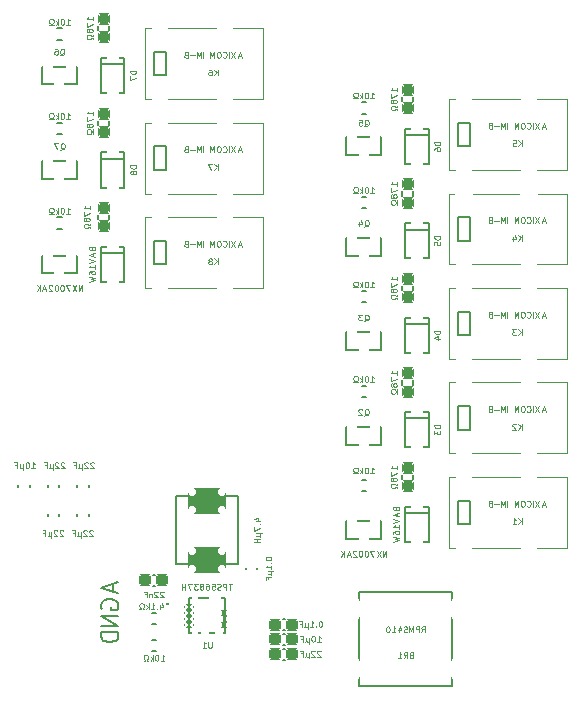
<source format=gbr>
G04 --- HEADER BEGIN --- *
G04 #@! TF.GenerationSoftware,LibrePCB,LibrePCB,1.0.0*
G04 #@! TF.CreationDate,2024-10-09T11:39:01*
G04 #@! TF.ProjectId,OSm Thermal,b11a65fa-6c4c-431c-8545-341aca355aaf,v1.11*
G04 #@! TF.Part,Single*
G04 #@! TF.SameCoordinates*
G04 #@! TF.FileFunction,Legend,Bot*
G04 #@! TF.FilePolarity,Positive*
%FSLAX66Y66*%
%MOMM*%
G01*
G75*
G04 --- HEADER END --- *
G04 --- APERTURE LIST BEGIN --- *
%ADD10C,0.2*%
%ADD11C,0.1*%
%ADD12C,0.15*%
%ADD13C,1.7*%
%AMROUNDEDRECT14*20,1,1.1,-0.225,0.0,0.225,0.0,0.0*20,1,0.45,-0.55,0.0,0.55,0.0,0.0*1,1,0.65,-0.225,0.225*1,1,0.65,0.225,0.225*1,1,0.65,0.225,-0.225*1,1,0.65,-0.225,-0.225*%
%ADD14ROUNDEDRECT14*%
%AMROUNDEDRECT15*20,1,2.2,-1.25,0.0,1.25,0.0,0.0*20,1,1.5,-1.6,0.0,1.6,0.0,0.0*1,1,0.7,-1.25,0.75*1,1,0.7,1.25,0.75*1,1,0.7,1.25,-0.75*1,1,0.7,-1.25,-0.75*%
%ADD15ROUNDEDRECT15*%
%AMROUNDEDRECT16*20,1,0.45,-0.2375,0.0,0.2375,0.0,0.0*20,1,0.125,-0.4,0.0,0.4,0.0,0.0*1,1,0.325,-0.2375,0.0625*1,1,0.325,0.2375,0.0625*1,1,0.325,0.2375,-0.0625*1,1,0.325,-0.2375,-0.0625*%
%ADD16ROUNDEDRECT16*%
%AMROUNDEDRECT17*20,1,0.45,-0.2375,0.0,0.2375,0.0,90.0*20,1,0.125,-0.4,0.0,0.4,0.0,90.0*1,1,0.325,-0.0625,-0.2375*1,1,0.325,-0.0625,0.2375*1,1,0.325,0.0625,0.2375*1,1,0.325,0.0625,-0.2375*%
%ADD17ROUNDEDRECT17*%
%AMROUNDEDRECT18*20,1,0.45,-0.2875,0.0,0.2875,0.0,0.0*20,1,0.125,-0.45,0.0,0.45,0.0,0.0*1,1,0.325,-0.2875,0.0625*1,1,0.325,0.2875,0.0625*1,1,0.325,0.2875,-0.0625*1,1,0.325,-0.2875,-0.0625*%
%ADD18ROUNDEDRECT18*%
%AMOUTLINE19*4,1,32,-0.125881,-1.196593,-0.175881,-1.183196,-0.220711,-1.157314,-0.257314,-1.120711,-0.283196,-1.075881,-0.296593,-1.025881,-0.3,-1.0,-0.3,1.0,-0.296593,1.025881,-0.283196,1.075881,-0.257314,1.120711,-0.220711,1.157314,-0.175881,1.183196,-0.125881,1.196593,-0.1,1.2,0.1,1.2,0.125881,1.196593,0.175881,1.183196,0.220711,1.157314,0.257314,1.120711,0.283196,1.075881,0.296593,1.025881,0.3,1.0,0.3,-1.0,0.296593,-1.025881,0.283196,-1.075881,0.257314,-1.120711,0.220711,-1.157314,0.175881,-1.183196,0.125881,-1.196593,0.1,-1.2,-0.1,-1.2,-0.125881,-1.196593,180.0*%
%ADD19OUTLINE19*%
%AMROUNDEDRECT20*20,1,0.45,-0.8375,0.0,0.8375,0.0,90.0*20,1,0.125,-1.0,0.0,1.0,0.0,90.0*1,1,0.325,-0.0625,-0.8375*1,1,0.325,-0.0625,0.8375*1,1,0.325,0.0625,0.8375*1,1,0.325,0.0625,-0.8375*%
%ADD20ROUNDEDRECT20*%
%AMROUNDEDRECT21*20,1,0.6,-1.0,0.0,1.0,0.0,90.0*20,1,0.2,-1.2,0.0,1.2,0.0,90.0*1,1,0.4,-0.1,-1.0*1,1,0.4,-0.1,1.0*1,1,0.4,0.1,1.0*1,1,0.4,0.1,-1.0*%
%ADD21ROUNDEDRECT21*%
%AMROUNDEDRECT22*20,1,0.95,-0.4,0.0,0.4,0.0,90.0*20,1,0.75,-0.5,0.0,0.5,0.0,90.0*1,1,0.2,-0.375,-0.4*1,1,0.2,-0.375,0.4*1,1,0.2,0.375,0.4*1,1,0.2,0.375,-0.4*%
%ADD22ROUNDEDRECT22*%
%AMROUNDEDRECT23*20,1,1.0,-0.425,0.0,0.425,0.0,0.0*20,1,0.8,-0.525,0.0,0.525,0.0,0.0*1,1,0.2,-0.425,0.4*1,1,0.2,0.425,0.4*1,1,0.2,0.425,-0.4*1,1,0.2,-0.425,-0.4*%
%ADD23ROUNDEDRECT23*%
%AMROUNDEDRECT24*20,1,0.95,-0.4,0.0,0.4,0.0,0.0*20,1,0.75,-0.5,0.0,0.5,0.0,0.0*1,1,0.2,-0.4,0.375*1,1,0.2,0.4,0.375*1,1,0.2,0.4,-0.375*1,1,0.2,-0.4,-0.375*%
%ADD24ROUNDEDRECT24*%
%AMROUNDEDRECT25*20,1,1.0,-0.425,0.0,0.425,0.0,90.0*20,1,0.8,-0.525,0.0,0.525,0.0,90.0*1,1,0.2,-0.4,-0.425*1,1,0.2,-0.4,0.425*1,1,0.2,0.4,0.425*1,1,0.2,0.4,-0.425*%
%ADD25ROUNDEDRECT25*%
%AMROUNDEDRECT26*20,1,0.9,-0.175,0.0,0.175,0.0,0.0*20,1,0.35,-0.45,0.0,0.45,0.0,0.0*1,1,0.55,-0.175,0.175*1,1,0.55,0.175,0.175*1,1,0.55,0.175,-0.175*1,1,0.55,-0.175,-0.175*%
%ADD26ROUNDEDRECT26*%
%AMROUNDEDRECT27*20,1,1.8,-0.652,0.0,0.652,0.0,90.0*20,1,1.104,-1.0,0.0,1.0,0.0,90.0*1,1,0.696,-0.552,-0.652*1,1,0.696,-0.552,0.652*1,1,0.696,0.552,0.652*1,1,0.696,0.552,-0.652*%
%ADD27ROUNDEDRECT27*%
%ADD28O,2.39X1.787*%
%AMROUNDEDRECT29*20,1,1.787,-1.095,0.0,1.095,0.0,0.0*20,1,1.587,-1.195,0.0,1.195,0.0,0.0*1,1,0.2,-1.095,0.7935*1,1,0.2,1.095,0.7935*1,1,0.2,1.095,-0.7935*1,1,0.2,-1.095,-0.7935*%
%ADD29ROUNDEDRECT29*%
%ADD30O,2.2X3.0*%
%ADD31C,3.2*%
G04 --- APERTURE LIST END --- *
G04 --- BOARD BEGIN --- *
D10*
G04 #@! TO.C,K1*
X55250000Y-45250000D02*
X56250000Y-45250000D01*
X56250000Y-43250000D01*
X55250000Y-43250000D01*
X55250000Y-45250000D01*
D11*
X54500000Y-47250000D02*
X64500000Y-47250000D01*
X64500000Y-41250000D01*
X54500000Y-41250000D01*
X54500000Y-47250000D01*
D10*
G04 #@! TO.C,D6*
X52750000Y-14750000D02*
X52750000Y-11750000D01*
X50750000Y-11750000D01*
X50750000Y-14750000D01*
X52750000Y-14750000D01*
X52702500Y-12297500D02*
X50797500Y-12297500D01*
G04 #@! TO.C,L1*
X31400000Y-42850000D02*
X31400000Y-48650000D01*
X36600000Y-48650000D01*
X36600000Y-42850000D01*
X31400000Y-42850000D01*
G04 #@! TO.C,D7*
X27000000Y-8750000D02*
X27000000Y-5750000D01*
X25000000Y-5750000D01*
X25000000Y-8750000D01*
X27000000Y-8750000D01*
X26952500Y-6297500D02*
X25047500Y-6297500D01*
G04 #@! TO.C,D9*
X27000000Y-24750000D02*
X27000000Y-21750000D01*
X25000000Y-21750000D01*
X25000000Y-24750000D01*
X27000000Y-24750000D01*
X26952500Y-22297500D02*
X25047500Y-22297500D01*
G04 #@! TO.C,U1*
X32500000Y-54500000D02*
X35500000Y-54500000D01*
X35500000Y-51500000D01*
X32500000Y-51500000D01*
X32500000Y-54500000D01*
D12*
G04 #@! TO.C,R10*
X21675000Y-12225000D02*
X21325000Y-12225000D01*
X21675000Y-11275000D02*
X21325000Y-11275000D01*
G04 #@! TO.C,C5*
X40575000Y-54225000D02*
X40425000Y-54225000D01*
X40575000Y-53275000D02*
X40425000Y-53275000D01*
G04 #@! TO.C,R15*
X50525000Y-33425000D02*
X50525000Y-33075000D01*
X51475000Y-33425000D02*
X51475000Y-33075000D01*
G04 #@! TO.C,C4*
X40575000Y-55475000D02*
X40425000Y-55475000D01*
X40575000Y-54525000D02*
X40425000Y-54525000D01*
G04 #@! TO.C,C7*
X23025000Y-42075000D02*
X23025000Y-41925000D01*
X23975000Y-42075000D02*
X23975000Y-41925000D01*
G04 #@! TO.C,R3*
X29675000Y-53725000D02*
X29325000Y-53725000D01*
X29675000Y-52775000D02*
X29325000Y-52775000D01*
D10*
G04 #@! TO.C,Q2*
X48750000Y-37000000D02*
X45750000Y-37000000D01*
X45750000Y-38500000D01*
X48750000Y-38500000D01*
X48750000Y-37000000D01*
D12*
G04 #@! TO.C,R1*
X29325000Y-55025000D02*
X29675000Y-55025000D01*
X29325000Y-55975000D02*
X29675000Y-55975000D01*
G04 #@! TO.C,R14*
X50525000Y-41425000D02*
X50525000Y-41075000D01*
X51475000Y-41425000D02*
X51475000Y-41075000D01*
G04 #@! TO.C,C3*
X40575000Y-56725000D02*
X40425000Y-56725000D01*
X40575000Y-55775000D02*
X40425000Y-55775000D01*
D10*
G04 #@! TO.C,BR1*
X46900000Y-58950000D02*
X54700000Y-58950000D01*
X54700000Y-50950000D01*
X46900000Y-50950000D01*
X46900000Y-58950000D01*
D12*
G04 #@! TO.C,R5*
X47425000Y-34475000D02*
X47075000Y-34475000D01*
X47425000Y-33525000D02*
X47075000Y-33525000D01*
D10*
G04 #@! TO.C,K2*
X55250000Y-37250000D02*
X56250000Y-37250000D01*
X56250000Y-35250000D01*
X55250000Y-35250000D01*
X55250000Y-37250000D01*
D11*
X54500000Y-39250000D02*
X64500000Y-39250000D01*
X64500000Y-33250000D01*
X54500000Y-33250000D01*
X54500000Y-39250000D01*
D10*
G04 #@! TO.C,K5*
X55250000Y-13250000D02*
X56250000Y-13250000D01*
X56250000Y-11250000D01*
X55250000Y-11250000D01*
X55250000Y-13250000D01*
D11*
X54500000Y-15250000D02*
X64500000Y-15250000D01*
X64500000Y-9250000D01*
X54500000Y-9250000D01*
X54500000Y-15250000D01*
D10*
G04 #@! TO.C,K4*
X55250000Y-21250000D02*
X56250000Y-21250000D01*
X56250000Y-19250000D01*
X55250000Y-19250000D01*
X55250000Y-21250000D01*
D11*
X54500000Y-23250000D02*
X64500000Y-23250000D01*
X64500000Y-17250000D01*
X54500000Y-17250000D01*
X54500000Y-23250000D01*
D10*
G04 #@! TO.C,Q5*
X48750000Y-12500000D02*
X45750000Y-12500000D01*
X45750000Y-14000000D01*
X48750000Y-14000000D01*
X48750000Y-12500000D01*
D12*
G04 #@! TO.C,C1*
X29575000Y-50475000D02*
X29425000Y-50475000D01*
X29575000Y-49525000D02*
X29425000Y-49525000D01*
G04 #@! TO.C,R16*
X50525000Y-25425000D02*
X50525000Y-25075000D01*
X51475000Y-25425000D02*
X51475000Y-25075000D01*
G04 #@! TO.C,C10*
X23975000Y-44425000D02*
X23975000Y-44575000D01*
X23025000Y-44425000D02*
X23025000Y-44575000D01*
D10*
G04 #@! TO.C,D3*
X52750000Y-38750000D02*
X52750000Y-35750000D01*
X50750000Y-35750000D01*
X50750000Y-38750000D01*
X52750000Y-38750000D01*
X52702500Y-36297500D02*
X50797500Y-36297500D01*
G04 #@! TO.C,K6*
X29500000Y-7250000D02*
X30500000Y-7250000D01*
X30500000Y-5250000D01*
X29500000Y-5250000D01*
X29500000Y-7250000D01*
D11*
X28750000Y-9250000D02*
X38750000Y-9250000D01*
X38750000Y-3250000D01*
X28750000Y-3250000D01*
X28750000Y-9250000D01*
D10*
G04 #@! TO.C,K3*
X55250000Y-29250000D02*
X56250000Y-29250000D01*
X56250000Y-27250000D01*
X55250000Y-27250000D01*
X55250000Y-29250000D01*
D11*
X54500000Y-31250000D02*
X64500000Y-31250000D01*
X64500000Y-25250000D01*
X54500000Y-25250000D01*
X54500000Y-31250000D01*
D12*
G04 #@! TO.C,C2*
X38225000Y-48925000D02*
X38225000Y-49075000D01*
X37275000Y-48925000D02*
X37275000Y-49075000D01*
D10*
G04 #@! TO.C,D2*
X52750000Y-46750000D02*
X52750000Y-43750000D01*
X50750000Y-43750000D01*
X50750000Y-46750000D01*
X52750000Y-46750000D01*
X52702500Y-44297500D02*
X50797500Y-44297500D01*
D12*
G04 #@! TO.C,R18*
X50525000Y-9425000D02*
X50525000Y-9075000D01*
X51475000Y-9425000D02*
X51475000Y-9075000D01*
D10*
G04 #@! TO.C,Q4*
X48750000Y-21000000D02*
X45750000Y-21000000D01*
X45750000Y-22500000D01*
X48750000Y-22500000D01*
X48750000Y-21000000D01*
G04 #@! TO.C,D8*
X27000000Y-16750000D02*
X27000000Y-13750000D01*
X25000000Y-13750000D01*
X25000000Y-16750000D01*
X27000000Y-16750000D01*
X26952500Y-14297500D02*
X25047500Y-14297500D01*
D12*
G04 #@! TO.C,R4*
X47425000Y-42475000D02*
X47075000Y-42475000D01*
X47425000Y-41525000D02*
X47075000Y-41525000D01*
D10*
G04 #@! TO.C,Q8*
X23000000Y-22500000D02*
X20000000Y-22500000D01*
X20000000Y-24000000D01*
X23000000Y-24000000D01*
X23000000Y-22500000D01*
D12*
G04 #@! TO.C,R7*
X47425000Y-18475000D02*
X47075000Y-18475000D01*
X47425000Y-17525000D02*
X47075000Y-17525000D01*
G04 #@! TO.C,R20*
X24775000Y-11425000D02*
X24775000Y-11075000D01*
X25725000Y-11425000D02*
X25725000Y-11075000D01*
D10*
G04 #@! TO.C,Q3*
X48750000Y-29000000D02*
X45750000Y-29000000D01*
X45750000Y-30500000D01*
X48750000Y-30500000D01*
X48750000Y-29000000D01*
D12*
G04 #@! TO.C,C6*
X18025000Y-42075000D02*
X18025000Y-41925000D01*
X18975000Y-42075000D02*
X18975000Y-41925000D01*
G04 #@! TO.C,R11*
X21675000Y-20225000D02*
X21325000Y-20225000D01*
X21675000Y-19275000D02*
X21325000Y-19275000D01*
G04 #@! TO.C,R8*
X47425000Y-10475000D02*
X47075000Y-10475000D01*
X47425000Y-9525000D02*
X47075000Y-9525000D01*
D10*
G04 #@! TO.C,D4*
X52750000Y-30750000D02*
X52750000Y-27750000D01*
X50750000Y-27750000D01*
X50750000Y-30750000D01*
X52750000Y-30750000D01*
X52702500Y-28297500D02*
X50797500Y-28297500D01*
G04 #@! TO.C,Q1*
X48750000Y-45000000D02*
X45750000Y-45000000D01*
X45750000Y-46500000D01*
X48750000Y-46500000D01*
X48750000Y-45000000D01*
D12*
G04 #@! TO.C,R17*
X50525000Y-17425000D02*
X50525000Y-17075000D01*
X51475000Y-17425000D02*
X51475000Y-17075000D01*
D10*
G04 #@! TO.C,Q7*
X23000000Y-14500000D02*
X20000000Y-14500000D01*
X20000000Y-16000000D01*
X23000000Y-16000000D01*
X23000000Y-14500000D01*
D12*
G04 #@! TO.C,R6*
X47425000Y-26475000D02*
X47075000Y-26475000D01*
X47425000Y-25525000D02*
X47075000Y-25525000D01*
G04 #@! TO.C,R9*
X21675000Y-4225000D02*
X21325000Y-4225000D01*
X21675000Y-3275000D02*
X21325000Y-3275000D01*
G04 #@! TO.C,C9*
X21475000Y-44425000D02*
X21475000Y-44575000D01*
X20525000Y-44425000D02*
X20525000Y-44575000D01*
D10*
G04 #@! TO.C,D5*
X52750000Y-22750000D02*
X52750000Y-19750000D01*
X50750000Y-19750000D01*
X50750000Y-22750000D01*
X52750000Y-22750000D01*
X52702500Y-20297500D02*
X50797500Y-20297500D01*
D12*
G04 #@! TO.C,C8*
X20525000Y-42075000D02*
X20525000Y-41925000D01*
X21475000Y-42075000D02*
X21475000Y-41925000D01*
G04 #@! TO.C,R19*
X24775000Y-3425000D02*
X24775000Y-3075000D01*
X25725000Y-3425000D02*
X25725000Y-3075000D01*
G04 #@! TO.C,R21*
X24775000Y-19425000D02*
X24775000Y-19075000D01*
X25725000Y-19425000D02*
X25725000Y-19075000D01*
D10*
G04 #@! TO.C,K7*
X29500000Y-15250000D02*
X30500000Y-15250000D01*
X30500000Y-13250000D01*
X29500000Y-13250000D01*
X29500000Y-15250000D01*
D11*
X28750000Y-17250000D02*
X38750000Y-17250000D01*
X38750000Y-11250000D01*
X28750000Y-11250000D01*
X28750000Y-17250000D01*
D10*
G04 #@! TO.C,K8*
X29500000Y-23250000D02*
X30500000Y-23250000D01*
X30500000Y-21250000D01*
X29500000Y-21250000D01*
X29500000Y-23250000D01*
D11*
X28750000Y-25250000D02*
X38750000Y-25250000D01*
X38750000Y-19250000D01*
X28750000Y-19250000D01*
X28750000Y-25250000D01*
D10*
G04 #@! TO.C,Q6*
X23000000Y-6500000D02*
X20000000Y-6500000D01*
X20000000Y-8000000D01*
X23000000Y-8000000D01*
X23000000Y-6500000D01*
G04 #@! TD*
X26071667Y-50251667D02*
X26071667Y-50965001D01*
X26500000Y-50108334D02*
X25000000Y-50608334D01*
X26500000Y-51108334D01*
X25071667Y-52465001D02*
X25000000Y-52323334D01*
X25000000Y-52108334D01*
X25071667Y-51893334D01*
X25215000Y-51751667D01*
X25356667Y-51680001D01*
X25643333Y-51608334D01*
X25856667Y-51608334D01*
X26143333Y-51680001D01*
X26285000Y-51751667D01*
X26428333Y-51893334D01*
X26500000Y-52108334D01*
X26500000Y-52251667D01*
X26428333Y-52465001D01*
X26356667Y-52536667D01*
X25856667Y-52536667D01*
X25856667Y-52251667D01*
X26500000Y-53036667D02*
X25000000Y-53036667D01*
X26500000Y-53893334D01*
X25000000Y-53893334D01*
X26500000Y-54393334D02*
X25000000Y-54393334D01*
X25000000Y-54750001D01*
X25071667Y-54965001D01*
X25215000Y-55108334D01*
X25356667Y-55178334D01*
X25643333Y-55250001D01*
X25856667Y-55250001D01*
X26143333Y-55178334D01*
X26285000Y-55108334D01*
X26428333Y-54965001D01*
X26500000Y-54750001D01*
X26500000Y-54393334D01*
D11*
G04 #@! TO.C,K1*
X60635556Y-45250000D02*
X60635556Y-44750000D01*
X60350000Y-45250000D02*
X60563889Y-44964444D01*
X60350000Y-44750000D02*
X60635556Y-45035556D01*
X59864444Y-45250000D02*
X60150000Y-45250000D01*
X60007222Y-45250000D02*
X60007222Y-44750000D01*
X60055000Y-44821667D01*
X60102222Y-44868889D01*
X60150000Y-44892778D01*
G04 #@! TO.C,D6*
X53750000Y-12864444D02*
X53250000Y-12864444D01*
X53250000Y-12983333D01*
X53273889Y-13055000D01*
X53321667Y-13102777D01*
X53368889Y-13126111D01*
X53464444Y-13150000D01*
X53535556Y-13150000D01*
X53631111Y-13126111D01*
X53678333Y-13102777D01*
X53726111Y-13055000D01*
X53750000Y-12983333D01*
X53750000Y-12864444D01*
X53250000Y-13588333D02*
X53250000Y-13492778D01*
X53273889Y-13445000D01*
X53297778Y-13421667D01*
X53368889Y-13373889D01*
X53464444Y-13350000D01*
X53655000Y-13350000D01*
X53702222Y-13373889D01*
X53726111Y-13397778D01*
X53750000Y-13445000D01*
X53750000Y-13540556D01*
X53726111Y-13588333D01*
X53702222Y-13611667D01*
X53655000Y-13635556D01*
X53535556Y-13635556D01*
X53488333Y-13611667D01*
X53464444Y-13588333D01*
X53440556Y-13540556D01*
X53440556Y-13445000D01*
X53464444Y-13397778D01*
X53488333Y-13373889D01*
X53535556Y-13350000D01*
G04 #@! TO.C,D7*
X28000000Y-6840556D02*
X27500000Y-6840556D01*
X27500000Y-6959445D01*
X27523889Y-7031112D01*
X27571667Y-7078889D01*
X27618889Y-7102223D01*
X27714444Y-7126112D01*
X27785556Y-7126112D01*
X27881111Y-7102223D01*
X27928333Y-7078889D01*
X27976111Y-7031112D01*
X28000000Y-6959445D01*
X28000000Y-6840556D01*
X27500000Y-7326112D02*
X27500000Y-7659445D01*
X28000000Y-7445001D01*
G04 #@! TO.C,U1*
X34385556Y-55200000D02*
X34385556Y-55605000D01*
X34361667Y-55652222D01*
X34337778Y-55676111D01*
X34290556Y-55700000D01*
X34195000Y-55700000D01*
X34147223Y-55676111D01*
X34123889Y-55652222D01*
X34100000Y-55605000D01*
X34100000Y-55200000D01*
X33614444Y-55700000D02*
X33900000Y-55700000D01*
X33757222Y-55700000D02*
X33757222Y-55200000D01*
X33805000Y-55271667D01*
X33852222Y-55318889D01*
X33900000Y-55342778D01*
G04 #@! TO.C,Q2*
X47326111Y-36047778D02*
X47373889Y-36023889D01*
X47421666Y-35976111D01*
X47492777Y-35905000D01*
X47540555Y-35881111D01*
X47588333Y-35881111D01*
X47564444Y-36000000D02*
X47611666Y-35976111D01*
X47659444Y-35928333D01*
X47683333Y-35833333D01*
X47683333Y-35666667D01*
X47659444Y-35571667D01*
X47611666Y-35523889D01*
X47564444Y-35500000D01*
X47468889Y-35500000D01*
X47421666Y-35523889D01*
X47373889Y-35571667D01*
X47350000Y-35666667D01*
X47350000Y-35833333D01*
X47373889Y-35928333D01*
X47421666Y-35976111D01*
X47468889Y-36000000D01*
X47564444Y-36000000D01*
X47102222Y-35547778D02*
X47078333Y-35523889D01*
X47031111Y-35500000D01*
X46911667Y-35500000D01*
X46864444Y-35523889D01*
X46840555Y-35547778D01*
X46816667Y-35595000D01*
X46816667Y-35642778D01*
X46840555Y-35714444D01*
X47126111Y-36000000D01*
X46816667Y-36000000D01*
G04 #@! TO.C,BR1*
X51261667Y-56338333D02*
X51190001Y-56361667D01*
X51166667Y-56385556D01*
X51142778Y-56433333D01*
X51142778Y-56505000D01*
X51166667Y-56552222D01*
X51190001Y-56576111D01*
X51237778Y-56600000D01*
X51428334Y-56600000D01*
X51428334Y-56100000D01*
X51261667Y-56100000D01*
X51213890Y-56123889D01*
X51190001Y-56147778D01*
X51166667Y-56195000D01*
X51166667Y-56242778D01*
X51190001Y-56290556D01*
X51213890Y-56314444D01*
X51261667Y-56338333D01*
X51428334Y-56338333D01*
X50657222Y-56600000D02*
X50823889Y-56361667D01*
X50942778Y-56600000D02*
X50942778Y-56100000D01*
X50752222Y-56100000D01*
X50704445Y-56123889D01*
X50681111Y-56147778D01*
X50657222Y-56195000D01*
X50657222Y-56266667D01*
X50681111Y-56314444D01*
X50704445Y-56338333D01*
X50752222Y-56361667D01*
X50942778Y-56361667D01*
X50171666Y-56600000D02*
X50457222Y-56600000D01*
X50314444Y-56600000D02*
X50314444Y-56100000D01*
X50362222Y-56171667D01*
X50409444Y-56218889D01*
X50457222Y-56242778D01*
G04 #@! TO.C,K2*
X60647500Y-37250000D02*
X60647500Y-36750000D01*
X60361944Y-37250000D02*
X60575833Y-36964444D01*
X60361944Y-36750000D02*
X60647500Y-37035556D01*
X60138055Y-36797778D02*
X60114166Y-36773889D01*
X60066944Y-36750000D01*
X59947500Y-36750000D01*
X59900277Y-36773889D01*
X59876388Y-36797778D01*
X59852500Y-36845000D01*
X59852500Y-36892778D01*
X59876388Y-36964444D01*
X60161944Y-37250000D01*
X59852500Y-37250000D01*
G04 #@! TO.C,K5*
X60635556Y-13250000D02*
X60635556Y-12750000D01*
X60350000Y-13250000D02*
X60563889Y-12964444D01*
X60350000Y-12750000D02*
X60635556Y-13035556D01*
X59888333Y-12750000D02*
X60126111Y-12750000D01*
X60150000Y-12988333D01*
X60126111Y-12964444D01*
X60078333Y-12940556D01*
X59959444Y-12940556D01*
X59911667Y-12964444D01*
X59888333Y-12988333D01*
X59864444Y-13035556D01*
X59864444Y-13155000D01*
X59888333Y-13202222D01*
X59911667Y-13226111D01*
X59959444Y-13250000D01*
X60078333Y-13250000D01*
X60126111Y-13226111D01*
X60150000Y-13202222D01*
G04 #@! TO.C,K4*
X60647500Y-21250000D02*
X60647500Y-20750000D01*
X60361944Y-21250000D02*
X60575833Y-20964444D01*
X60361944Y-20750000D02*
X60647500Y-21035556D01*
X59923611Y-20916667D02*
X59923611Y-21250000D01*
X60043055Y-20726111D02*
X60161944Y-21083333D01*
X59852500Y-21083333D01*
G04 #@! TO.C,Q5*
X47314167Y-11547778D02*
X47361945Y-11523889D01*
X47409722Y-11476111D01*
X47480833Y-11405000D01*
X47528611Y-11381111D01*
X47576389Y-11381111D01*
X47552500Y-11500000D02*
X47599722Y-11476111D01*
X47647500Y-11428333D01*
X47671389Y-11333333D01*
X47671389Y-11166667D01*
X47647500Y-11071667D01*
X47599722Y-11023889D01*
X47552500Y-11000000D01*
X47456945Y-11000000D01*
X47409722Y-11023889D01*
X47361945Y-11071667D01*
X47338056Y-11166667D01*
X47338056Y-11333333D01*
X47361945Y-11428333D01*
X47409722Y-11476111D01*
X47456945Y-11500000D01*
X47552500Y-11500000D01*
X46852500Y-11000000D02*
X47090278Y-11000000D01*
X47114167Y-11238333D01*
X47090278Y-11214444D01*
X47042500Y-11190556D01*
X46923611Y-11190556D01*
X46875834Y-11214444D01*
X46852500Y-11238333D01*
X46828611Y-11285556D01*
X46828611Y-11405000D01*
X46852500Y-11452222D01*
X46875834Y-11476111D01*
X46923611Y-11500000D01*
X47042500Y-11500000D01*
X47090278Y-11476111D01*
X47114167Y-11452222D01*
G04 #@! TO.C,D3*
X53750000Y-36852500D02*
X53250000Y-36852500D01*
X53250000Y-36971389D01*
X53273889Y-37043056D01*
X53321667Y-37090833D01*
X53368889Y-37114167D01*
X53464444Y-37138056D01*
X53535556Y-37138056D01*
X53631111Y-37114167D01*
X53678333Y-37090833D01*
X53726111Y-37043056D01*
X53750000Y-36971389D01*
X53750000Y-36852500D01*
X53250000Y-37338056D02*
X53250000Y-37647500D01*
X53440556Y-37480834D01*
X53440556Y-37552500D01*
X53464444Y-37599723D01*
X53488333Y-37623612D01*
X53535556Y-37647500D01*
X53655000Y-37647500D01*
X53702222Y-37623612D01*
X53726111Y-37599723D01*
X53750000Y-37552500D01*
X53750000Y-37409723D01*
X53726111Y-37361945D01*
X53702222Y-37338056D01*
G04 #@! TO.C,K6*
X34885556Y-7250000D02*
X34885556Y-6750000D01*
X34600000Y-7250000D02*
X34813889Y-6964444D01*
X34600000Y-6750000D02*
X34885556Y-7035556D01*
X34161667Y-6750000D02*
X34257222Y-6750000D01*
X34305000Y-6773889D01*
X34328333Y-6797778D01*
X34376111Y-6868889D01*
X34400000Y-6964444D01*
X34400000Y-7155000D01*
X34376111Y-7202222D01*
X34352222Y-7226111D01*
X34305000Y-7250000D01*
X34209444Y-7250000D01*
X34161667Y-7226111D01*
X34138333Y-7202222D01*
X34114444Y-7155000D01*
X34114444Y-7035556D01*
X34138333Y-6988333D01*
X34161667Y-6964444D01*
X34209444Y-6940556D01*
X34305000Y-6940556D01*
X34352222Y-6964444D01*
X34376111Y-6988333D01*
X34400000Y-7035556D01*
G04 #@! TO.C,K3*
X60647500Y-29250000D02*
X60647500Y-28750000D01*
X60361944Y-29250000D02*
X60575833Y-28964444D01*
X60361944Y-28750000D02*
X60647500Y-29035556D01*
X60161944Y-28750000D02*
X59852500Y-28750000D01*
X60019166Y-28940556D01*
X59947500Y-28940556D01*
X59900277Y-28964444D01*
X59876388Y-28988333D01*
X59852500Y-29035556D01*
X59852500Y-29155000D01*
X59876388Y-29202222D01*
X59900277Y-29226111D01*
X59947500Y-29250000D01*
X60090277Y-29250000D01*
X60138055Y-29226111D01*
X60161944Y-29202222D01*
G04 #@! TO.C,Q4*
X47326111Y-20047778D02*
X47373889Y-20023889D01*
X47421666Y-19976111D01*
X47492777Y-19905000D01*
X47540555Y-19881111D01*
X47588333Y-19881111D01*
X47564444Y-20000000D02*
X47611666Y-19976111D01*
X47659444Y-19928333D01*
X47683333Y-19833333D01*
X47683333Y-19666667D01*
X47659444Y-19571667D01*
X47611666Y-19523889D01*
X47564444Y-19500000D01*
X47468889Y-19500000D01*
X47421666Y-19523889D01*
X47373889Y-19571667D01*
X47350000Y-19666667D01*
X47350000Y-19833333D01*
X47373889Y-19928333D01*
X47421666Y-19976111D01*
X47468889Y-20000000D01*
X47564444Y-20000000D01*
X46887778Y-19666667D02*
X46887778Y-20000000D01*
X47007222Y-19476111D02*
X47126111Y-19833333D01*
X46816667Y-19833333D01*
G04 #@! TO.C,D8*
X28000000Y-14864444D02*
X27500000Y-14864444D01*
X27500000Y-14983333D01*
X27523889Y-15055000D01*
X27571667Y-15102777D01*
X27618889Y-15126111D01*
X27714444Y-15150000D01*
X27785556Y-15150000D01*
X27881111Y-15126111D01*
X27928333Y-15102777D01*
X27976111Y-15055000D01*
X28000000Y-14983333D01*
X28000000Y-14864444D01*
X27714444Y-15445000D02*
X27690556Y-15397778D01*
X27666667Y-15373889D01*
X27618889Y-15350000D01*
X27595000Y-15350000D01*
X27547778Y-15373889D01*
X27523889Y-15397778D01*
X27500000Y-15445000D01*
X27500000Y-15540556D01*
X27523889Y-15588333D01*
X27547778Y-15611667D01*
X27595000Y-15635556D01*
X27618889Y-15635556D01*
X27666667Y-15611667D01*
X27690556Y-15588333D01*
X27714444Y-15540556D01*
X27714444Y-15445000D01*
X27738333Y-15397778D01*
X27761667Y-15373889D01*
X27809444Y-15350000D01*
X27905000Y-15350000D01*
X27952222Y-15373889D01*
X27976111Y-15397778D01*
X28000000Y-15445000D01*
X28000000Y-15540556D01*
X27976111Y-15588333D01*
X27952222Y-15611667D01*
X27905000Y-15635556D01*
X27809444Y-15635556D01*
X27761667Y-15611667D01*
X27738333Y-15588333D01*
X27714444Y-15540556D01*
G04 #@! TO.C,Q3*
X47326111Y-28047778D02*
X47373889Y-28023889D01*
X47421666Y-27976111D01*
X47492777Y-27905000D01*
X47540555Y-27881111D01*
X47588333Y-27881111D01*
X47564444Y-28000000D02*
X47611666Y-27976111D01*
X47659444Y-27928333D01*
X47683333Y-27833333D01*
X47683333Y-27666667D01*
X47659444Y-27571667D01*
X47611666Y-27523889D01*
X47564444Y-27500000D01*
X47468889Y-27500000D01*
X47421666Y-27523889D01*
X47373889Y-27571667D01*
X47350000Y-27666667D01*
X47350000Y-27833333D01*
X47373889Y-27928333D01*
X47421666Y-27976111D01*
X47468889Y-28000000D01*
X47564444Y-28000000D01*
X47126111Y-27500000D02*
X46816667Y-27500000D01*
X46983333Y-27690556D01*
X46911667Y-27690556D01*
X46864444Y-27714444D01*
X46840555Y-27738333D01*
X46816667Y-27785556D01*
X46816667Y-27905000D01*
X46840555Y-27952222D01*
X46864444Y-27976111D01*
X46911667Y-28000000D01*
X47054444Y-28000000D01*
X47102222Y-27976111D01*
X47126111Y-27952222D01*
G04 #@! TO.C,D4*
X53750000Y-28852500D02*
X53250000Y-28852500D01*
X53250000Y-28971389D01*
X53273889Y-29043056D01*
X53321667Y-29090833D01*
X53368889Y-29114167D01*
X53464444Y-29138056D01*
X53535556Y-29138056D01*
X53631111Y-29114167D01*
X53678333Y-29090833D01*
X53726111Y-29043056D01*
X53750000Y-28971389D01*
X53750000Y-28852500D01*
X53416667Y-29576389D02*
X53750000Y-29576389D01*
X53226111Y-29456945D02*
X53583333Y-29338056D01*
X53583333Y-29647500D01*
G04 #@! TO.C,Q7*
X21588055Y-13547778D02*
X21635833Y-13523889D01*
X21683610Y-13476111D01*
X21754721Y-13405000D01*
X21802499Y-13381111D01*
X21850277Y-13381111D01*
X21826388Y-13500000D02*
X21873610Y-13476111D01*
X21921388Y-13428333D01*
X21945277Y-13333333D01*
X21945277Y-13166667D01*
X21921388Y-13071667D01*
X21873610Y-13023889D01*
X21826388Y-13000000D01*
X21730833Y-13000000D01*
X21683610Y-13023889D01*
X21635833Y-13071667D01*
X21611944Y-13166667D01*
X21611944Y-13333333D01*
X21635833Y-13428333D01*
X21683610Y-13476111D01*
X21730833Y-13500000D01*
X21826388Y-13500000D01*
X21388055Y-13000000D02*
X21054722Y-13000000D01*
X21269166Y-13500000D01*
G04 #@! TO.C,D5*
X53750000Y-20864444D02*
X53250000Y-20864444D01*
X53250000Y-20983333D01*
X53273889Y-21055000D01*
X53321667Y-21102777D01*
X53368889Y-21126111D01*
X53464444Y-21150000D01*
X53535556Y-21150000D01*
X53631111Y-21126111D01*
X53678333Y-21102777D01*
X53726111Y-21055000D01*
X53750000Y-20983333D01*
X53750000Y-20864444D01*
X53250000Y-21611667D02*
X53250000Y-21373889D01*
X53488333Y-21350000D01*
X53464444Y-21373889D01*
X53440556Y-21421667D01*
X53440556Y-21540556D01*
X53464444Y-21588333D01*
X53488333Y-21611667D01*
X53535556Y-21635556D01*
X53655000Y-21635556D01*
X53702222Y-21611667D01*
X53726111Y-21588333D01*
X53750000Y-21540556D01*
X53750000Y-21421667D01*
X53726111Y-21373889D01*
X53702222Y-21350000D01*
G04 #@! TO.C,K7*
X34909444Y-15250000D02*
X34909444Y-14750000D01*
X34623888Y-15250000D02*
X34837777Y-14964444D01*
X34623888Y-14750000D02*
X34909444Y-15035556D01*
X34423888Y-14750000D02*
X34090555Y-14750000D01*
X34304999Y-15250000D01*
G04 #@! TO.C,K8*
X34885556Y-23250000D02*
X34885556Y-22750000D01*
X34600000Y-23250000D02*
X34813889Y-22964444D01*
X34600000Y-22750000D02*
X34885556Y-23035556D01*
X34305000Y-22964444D02*
X34352222Y-22940556D01*
X34376111Y-22916667D01*
X34400000Y-22868889D01*
X34400000Y-22845000D01*
X34376111Y-22797778D01*
X34352222Y-22773889D01*
X34305000Y-22750000D01*
X34209444Y-22750000D01*
X34161667Y-22773889D01*
X34138333Y-22797778D01*
X34114444Y-22845000D01*
X34114444Y-22868889D01*
X34138333Y-22916667D01*
X34161667Y-22940556D01*
X34209444Y-22964444D01*
X34305000Y-22964444D01*
X34352222Y-22988333D01*
X34376111Y-23011667D01*
X34400000Y-23059444D01*
X34400000Y-23155000D01*
X34376111Y-23202222D01*
X34352222Y-23226111D01*
X34305000Y-23250000D01*
X34209444Y-23250000D01*
X34161667Y-23226111D01*
X34138333Y-23202222D01*
X34114444Y-23155000D01*
X34114444Y-23059444D01*
X34138333Y-23011667D01*
X34161667Y-22988333D01*
X34209444Y-22964444D01*
G04 #@! TO.C,Q6*
X21564167Y-5547778D02*
X21611945Y-5523889D01*
X21659722Y-5476111D01*
X21730833Y-5405000D01*
X21778611Y-5381111D01*
X21826389Y-5381111D01*
X21802500Y-5500000D02*
X21849722Y-5476111D01*
X21897500Y-5428333D01*
X21921389Y-5333333D01*
X21921389Y-5166667D01*
X21897500Y-5071667D01*
X21849722Y-5023889D01*
X21802500Y-5000000D01*
X21706945Y-5000000D01*
X21659722Y-5023889D01*
X21611945Y-5071667D01*
X21588056Y-5166667D01*
X21588056Y-5333333D01*
X21611945Y-5428333D01*
X21659722Y-5476111D01*
X21706945Y-5500000D01*
X21802500Y-5500000D01*
X21125834Y-5000000D02*
X21221389Y-5000000D01*
X21269167Y-5023889D01*
X21292500Y-5047778D01*
X21340278Y-5118889D01*
X21364167Y-5214444D01*
X21364167Y-5405000D01*
X21340278Y-5452222D01*
X21316389Y-5476111D01*
X21269167Y-5500000D01*
X21173611Y-5500000D01*
X21125834Y-5476111D01*
X21102500Y-5452222D01*
X21078611Y-5405000D01*
X21078611Y-5285556D01*
X21102500Y-5238333D01*
X21125834Y-5214444D01*
X21173611Y-5190556D01*
X21269167Y-5190556D01*
X21316389Y-5214444D01*
X21340278Y-5238333D01*
X21364167Y-5285556D01*
G04 #@! TO.C,K1*
X62623609Y-43607222D02*
X62385831Y-43607222D01*
X62671387Y-43750000D02*
X62504720Y-43250000D01*
X62338054Y-43750000D01*
X62138054Y-43250000D02*
X61804721Y-43750000D01*
X61804721Y-43250000D02*
X62138054Y-43750000D01*
X61604721Y-43750000D02*
X61604721Y-43250000D01*
X61095277Y-43702222D02*
X61119165Y-43726111D01*
X61190277Y-43750000D01*
X61238054Y-43750000D01*
X61309721Y-43726111D01*
X61356943Y-43678333D01*
X61380832Y-43631111D01*
X61404721Y-43535556D01*
X61404721Y-43464444D01*
X61380832Y-43368889D01*
X61356943Y-43321667D01*
X61309721Y-43273889D01*
X61238054Y-43250000D01*
X61190277Y-43250000D01*
X61119165Y-43273889D01*
X61095277Y-43297778D01*
X60776388Y-43250000D02*
X60680833Y-43250000D01*
X60633610Y-43273889D01*
X60585833Y-43321667D01*
X60561944Y-43416667D01*
X60561944Y-43583333D01*
X60585833Y-43678333D01*
X60633610Y-43726111D01*
X60680833Y-43750000D01*
X60776388Y-43750000D01*
X60823610Y-43726111D01*
X60871388Y-43678333D01*
X60895277Y-43583333D01*
X60895277Y-43416667D01*
X60871388Y-43321667D01*
X60823610Y-43273889D01*
X60776388Y-43250000D01*
X60361944Y-43750000D02*
X60361944Y-43250000D01*
X60195277Y-43607222D01*
X60028611Y-43250000D01*
X60028611Y-43750000D01*
X59428612Y-43750000D02*
X59428612Y-43250000D01*
X59228612Y-43750000D02*
X59228612Y-43250000D01*
X59061945Y-43607222D01*
X58895279Y-43250000D01*
X58895279Y-43750000D01*
X58695279Y-43559444D02*
X58314168Y-43559444D01*
X57947501Y-43488333D02*
X57875835Y-43511667D01*
X57852501Y-43535556D01*
X57828612Y-43583333D01*
X57828612Y-43655000D01*
X57852501Y-43702222D01*
X57875835Y-43726111D01*
X57923612Y-43750000D01*
X58114168Y-43750000D01*
X58114168Y-43250000D01*
X57947501Y-43250000D01*
X57899724Y-43273889D01*
X57875835Y-43297778D01*
X57852501Y-43345000D01*
X57852501Y-43392778D01*
X57875835Y-43440556D01*
X57899724Y-43464444D01*
X57947501Y-43488333D01*
X58114168Y-43488333D01*
G04 #@! TO.C,L1*
X38166667Y-44945556D02*
X38500000Y-44945556D01*
X37976111Y-44826112D02*
X38333333Y-44707223D01*
X38333333Y-45016667D01*
X38452222Y-45240556D02*
X38476111Y-45264445D01*
X38500000Y-45240556D01*
X38476111Y-45216667D01*
X38452222Y-45240556D01*
X38500000Y-45240556D01*
X38000000Y-45464445D02*
X38000000Y-45797778D01*
X38500000Y-45583334D01*
X38166667Y-45997778D02*
X38666667Y-45997778D01*
X38428333Y-46236111D02*
X38476111Y-46259445D01*
X38500000Y-46307222D01*
X38428333Y-45997778D02*
X38476111Y-46021667D01*
X38500000Y-46069445D01*
X38500000Y-46164445D01*
X38476111Y-46212222D01*
X38428333Y-46236111D01*
X38166667Y-46236111D01*
X38500000Y-46507222D02*
X38000000Y-46507222D01*
X38238333Y-46507222D02*
X38238333Y-46792778D01*
X38500000Y-46792778D02*
X38000000Y-46792778D01*
G04 #@! TO.C,D9*
X24238333Y-21940834D02*
X24261667Y-22012500D01*
X24285556Y-22035834D01*
X24333333Y-22059723D01*
X24405000Y-22059723D01*
X24452222Y-22035834D01*
X24476111Y-22012500D01*
X24500000Y-21964723D01*
X24500000Y-21774167D01*
X24000000Y-21774167D01*
X24000000Y-21940834D01*
X24023889Y-21988611D01*
X24047778Y-22012500D01*
X24095000Y-22035834D01*
X24142778Y-22035834D01*
X24190556Y-22012500D01*
X24214444Y-21988611D01*
X24238333Y-21940834D01*
X24238333Y-21774167D01*
X24357222Y-22307501D02*
X24357222Y-22545279D01*
X24500000Y-22259723D02*
X24000000Y-22426390D01*
X24500000Y-22593056D01*
X24000000Y-22793056D02*
X24500000Y-22959723D01*
X24000000Y-23126389D01*
X24500000Y-23611945D02*
X24500000Y-23326389D01*
X24500000Y-23469167D02*
X24000000Y-23469167D01*
X24071667Y-23421389D01*
X24118889Y-23374167D01*
X24142778Y-23326389D01*
X24000000Y-24050278D02*
X24000000Y-23954723D01*
X24023889Y-23906945D01*
X24047778Y-23883612D01*
X24118889Y-23835834D01*
X24214444Y-23811945D01*
X24405000Y-23811945D01*
X24452222Y-23835834D01*
X24476111Y-23859723D01*
X24500000Y-23906945D01*
X24500000Y-24002501D01*
X24476111Y-24050278D01*
X24452222Y-24073612D01*
X24405000Y-24097501D01*
X24285556Y-24097501D01*
X24238333Y-24073612D01*
X24214444Y-24050278D01*
X24190556Y-24002501D01*
X24190556Y-23906945D01*
X24214444Y-23859723D01*
X24238333Y-23835834D01*
X24285556Y-23811945D01*
X24000000Y-24297501D02*
X24500000Y-24416390D01*
X24142778Y-24511945D01*
X24500000Y-24606945D01*
X24000000Y-24725834D01*
G04 #@! TO.C,U1*
X36120834Y-50300000D02*
X35835278Y-50300000D01*
X35978056Y-50800000D02*
X35978056Y-50300000D01*
X35635278Y-50800000D02*
X35635278Y-50300000D01*
X35444722Y-50300000D01*
X35396945Y-50323889D01*
X35373611Y-50347778D01*
X35349722Y-50395000D01*
X35349722Y-50466667D01*
X35373611Y-50514444D01*
X35396945Y-50538333D01*
X35444722Y-50561667D01*
X35635278Y-50561667D01*
X35149722Y-50776111D02*
X35078055Y-50800000D01*
X34959166Y-50800000D01*
X34911389Y-50776111D01*
X34888055Y-50752222D01*
X34864166Y-50705000D01*
X34864166Y-50657222D01*
X34888055Y-50609444D01*
X34911389Y-50585556D01*
X34959166Y-50561667D01*
X35054722Y-50538333D01*
X35101944Y-50514444D01*
X35125833Y-50490556D01*
X35149722Y-50442778D01*
X35149722Y-50395000D01*
X35125833Y-50347778D01*
X35101944Y-50323889D01*
X35054722Y-50300000D01*
X34935278Y-50300000D01*
X34864166Y-50323889D01*
X34402499Y-50300000D02*
X34640277Y-50300000D01*
X34664166Y-50538333D01*
X34640277Y-50514444D01*
X34592499Y-50490556D01*
X34473610Y-50490556D01*
X34425833Y-50514444D01*
X34402499Y-50538333D01*
X34378610Y-50585556D01*
X34378610Y-50705000D01*
X34402499Y-50752222D01*
X34425833Y-50776111D01*
X34473610Y-50800000D01*
X34592499Y-50800000D01*
X34640277Y-50776111D01*
X34664166Y-50752222D01*
X33940277Y-50300000D02*
X34035832Y-50300000D01*
X34083610Y-50323889D01*
X34106943Y-50347778D01*
X34154721Y-50418889D01*
X34178610Y-50514444D01*
X34178610Y-50705000D01*
X34154721Y-50752222D01*
X34130832Y-50776111D01*
X34083610Y-50800000D01*
X33988054Y-50800000D01*
X33940277Y-50776111D01*
X33916943Y-50752222D01*
X33893054Y-50705000D01*
X33893054Y-50585556D01*
X33916943Y-50538333D01*
X33940277Y-50514444D01*
X33988054Y-50490556D01*
X34083610Y-50490556D01*
X34130832Y-50514444D01*
X34154721Y-50538333D01*
X34178610Y-50585556D01*
X33598054Y-50514444D02*
X33645276Y-50490556D01*
X33669165Y-50466667D01*
X33693054Y-50418889D01*
X33693054Y-50395000D01*
X33669165Y-50347778D01*
X33645276Y-50323889D01*
X33598054Y-50300000D01*
X33502498Y-50300000D01*
X33454721Y-50323889D01*
X33431387Y-50347778D01*
X33407498Y-50395000D01*
X33407498Y-50418889D01*
X33431387Y-50466667D01*
X33454721Y-50490556D01*
X33502498Y-50514444D01*
X33598054Y-50514444D01*
X33645276Y-50538333D01*
X33669165Y-50561667D01*
X33693054Y-50609444D01*
X33693054Y-50705000D01*
X33669165Y-50752222D01*
X33645276Y-50776111D01*
X33598054Y-50800000D01*
X33502498Y-50800000D01*
X33454721Y-50776111D01*
X33431387Y-50752222D01*
X33407498Y-50705000D01*
X33407498Y-50609444D01*
X33431387Y-50561667D01*
X33454721Y-50538333D01*
X33502498Y-50514444D01*
X33207498Y-50300000D02*
X32898054Y-50300000D01*
X33064720Y-50490556D01*
X32993054Y-50490556D01*
X32945831Y-50514444D01*
X32921942Y-50538333D01*
X32898054Y-50585556D01*
X32898054Y-50705000D01*
X32921942Y-50752222D01*
X32945831Y-50776111D01*
X32993054Y-50800000D01*
X33135831Y-50800000D01*
X33183609Y-50776111D01*
X33207498Y-50752222D01*
X32698054Y-50300000D02*
X32364721Y-50300000D01*
X32579165Y-50800000D01*
X32164721Y-50800000D02*
X32164721Y-50300000D01*
X32164721Y-50538333D02*
X31879165Y-50538333D01*
X31879165Y-50800000D02*
X31879165Y-50300000D01*
G04 #@! TO.C,R10*
X22085833Y-10950000D02*
X22371389Y-10950000D01*
X22228611Y-10950000D02*
X22228611Y-10450000D01*
X22276389Y-10521667D01*
X22323611Y-10568889D01*
X22371389Y-10592778D01*
X21766944Y-10450000D02*
X21719166Y-10450000D01*
X21671389Y-10473889D01*
X21647500Y-10497778D01*
X21624166Y-10545000D01*
X21600277Y-10640556D01*
X21600277Y-10759444D01*
X21624166Y-10855000D01*
X21647500Y-10902222D01*
X21671389Y-10926111D01*
X21719166Y-10950000D01*
X21766944Y-10950000D01*
X21814166Y-10926111D01*
X21838055Y-10902222D01*
X21861944Y-10855000D01*
X21885833Y-10759444D01*
X21885833Y-10640556D01*
X21861944Y-10545000D01*
X21838055Y-10497778D01*
X21814166Y-10473889D01*
X21766944Y-10450000D01*
X21400277Y-10950000D02*
X21400277Y-10450000D01*
X21352499Y-10759444D02*
X21209721Y-10950000D01*
X21209721Y-10616667D02*
X21400277Y-10807222D01*
X21009721Y-10950000D02*
X20890832Y-10950000D01*
X20890832Y-10855000D01*
X20938054Y-10831111D01*
X20985832Y-10783333D01*
X21009721Y-10711667D01*
X21009721Y-10592778D01*
X20985832Y-10521667D01*
X20938054Y-10473889D01*
X20866943Y-10450000D01*
X20771388Y-10450000D01*
X20700277Y-10473889D01*
X20652499Y-10521667D01*
X20628610Y-10592778D01*
X20628610Y-10711667D01*
X20652499Y-10783333D01*
X20700277Y-10831111D01*
X20748054Y-10855000D01*
X20748054Y-10950000D01*
X20628610Y-10950000D01*
G04 #@! TO.C,C5*
X43614444Y-53450000D02*
X43566666Y-53450000D01*
X43518889Y-53473889D01*
X43495000Y-53497778D01*
X43471666Y-53545000D01*
X43447777Y-53640556D01*
X43447777Y-53759444D01*
X43471666Y-53855000D01*
X43495000Y-53902222D01*
X43518889Y-53926111D01*
X43566666Y-53950000D01*
X43614444Y-53950000D01*
X43661666Y-53926111D01*
X43685555Y-53902222D01*
X43709444Y-53855000D01*
X43733333Y-53759444D01*
X43733333Y-53640556D01*
X43709444Y-53545000D01*
X43685555Y-53497778D01*
X43661666Y-53473889D01*
X43614444Y-53450000D01*
X43223888Y-53902222D02*
X43199999Y-53926111D01*
X43223888Y-53950000D01*
X43247777Y-53926111D01*
X43223888Y-53902222D01*
X43223888Y-53950000D01*
X42714443Y-53950000D02*
X42999999Y-53950000D01*
X42857221Y-53950000D02*
X42857221Y-53450000D01*
X42904999Y-53521667D01*
X42952221Y-53568889D01*
X42999999Y-53592778D01*
X42514443Y-53616667D02*
X42514443Y-54116667D01*
X42276110Y-53878333D02*
X42252776Y-53926111D01*
X42204999Y-53950000D01*
X42514443Y-53878333D02*
X42490554Y-53926111D01*
X42442776Y-53950000D01*
X42347776Y-53950000D01*
X42299999Y-53926111D01*
X42276110Y-53878333D01*
X42276110Y-53616667D01*
X41838332Y-53688333D02*
X42004999Y-53688333D01*
X42004999Y-53950000D02*
X42004999Y-53450000D01*
X41766666Y-53450000D01*
G04 #@! TO.C,R15*
X50050000Y-32592778D02*
X50050000Y-32307222D01*
X50050000Y-32450000D02*
X49550000Y-32450000D01*
X49621667Y-32402222D01*
X49668889Y-32355000D01*
X49692778Y-32307222D01*
X49550000Y-32792778D02*
X49550000Y-33126111D01*
X50050000Y-32911667D01*
X49764444Y-33421111D02*
X49740556Y-33373889D01*
X49716667Y-33350000D01*
X49668889Y-33326111D01*
X49645000Y-33326111D01*
X49597778Y-33350000D01*
X49573889Y-33373889D01*
X49550000Y-33421111D01*
X49550000Y-33516667D01*
X49573889Y-33564444D01*
X49597778Y-33587778D01*
X49645000Y-33611667D01*
X49668889Y-33611667D01*
X49716667Y-33587778D01*
X49740556Y-33564444D01*
X49764444Y-33516667D01*
X49764444Y-33421111D01*
X49788333Y-33373889D01*
X49811667Y-33350000D01*
X49859444Y-33326111D01*
X49955000Y-33326111D01*
X50002222Y-33350000D01*
X50026111Y-33373889D01*
X50050000Y-33421111D01*
X50050000Y-33516667D01*
X50026111Y-33564444D01*
X50002222Y-33587778D01*
X49955000Y-33611667D01*
X49859444Y-33611667D01*
X49811667Y-33587778D01*
X49788333Y-33564444D01*
X49764444Y-33516667D01*
X50050000Y-33811667D02*
X50050000Y-33930556D01*
X49955000Y-33930556D01*
X49931111Y-33883334D01*
X49883333Y-33835556D01*
X49811667Y-33811667D01*
X49692778Y-33811667D01*
X49621667Y-33835556D01*
X49573889Y-33883334D01*
X49550000Y-33954445D01*
X49550000Y-34050000D01*
X49573889Y-34121111D01*
X49621667Y-34168889D01*
X49692778Y-34192778D01*
X49811667Y-34192778D01*
X49883333Y-34168889D01*
X49931111Y-34121111D01*
X49955000Y-34073334D01*
X50050000Y-34073334D01*
X50050000Y-34192778D01*
G04 #@! TO.C,C4*
X43323888Y-55200000D02*
X43609444Y-55200000D01*
X43466666Y-55200000D02*
X43466666Y-54700000D01*
X43514444Y-54771667D01*
X43561666Y-54818889D01*
X43609444Y-54842778D01*
X43004999Y-54700000D02*
X42957221Y-54700000D01*
X42909444Y-54723889D01*
X42885555Y-54747778D01*
X42862221Y-54795000D01*
X42838332Y-54890556D01*
X42838332Y-55009444D01*
X42862221Y-55105000D01*
X42885555Y-55152222D01*
X42909444Y-55176111D01*
X42957221Y-55200000D01*
X43004999Y-55200000D01*
X43052221Y-55176111D01*
X43076110Y-55152222D01*
X43099999Y-55105000D01*
X43123888Y-55009444D01*
X43123888Y-54890556D01*
X43099999Y-54795000D01*
X43076110Y-54747778D01*
X43052221Y-54723889D01*
X43004999Y-54700000D01*
X42638332Y-54866667D02*
X42638332Y-55366667D01*
X42399999Y-55128333D02*
X42376665Y-55176111D01*
X42328888Y-55200000D01*
X42638332Y-55128333D02*
X42614443Y-55176111D01*
X42566665Y-55200000D01*
X42471665Y-55200000D01*
X42423888Y-55176111D01*
X42399999Y-55128333D01*
X42399999Y-54866667D01*
X41962221Y-54938333D02*
X42128888Y-54938333D01*
X42128888Y-55200000D02*
X42128888Y-54700000D01*
X41890555Y-54700000D01*
G04 #@! TO.C,C7*
X24409443Y-40047778D02*
X24385554Y-40023889D01*
X24338332Y-40000000D01*
X24218888Y-40000000D01*
X24171665Y-40023889D01*
X24147776Y-40047778D01*
X24123888Y-40095000D01*
X24123888Y-40142778D01*
X24147776Y-40214444D01*
X24433332Y-40500000D01*
X24123888Y-40500000D01*
X23899999Y-40047778D02*
X23876110Y-40023889D01*
X23828888Y-40000000D01*
X23709444Y-40000000D01*
X23662221Y-40023889D01*
X23638332Y-40047778D01*
X23614444Y-40095000D01*
X23614444Y-40142778D01*
X23638332Y-40214444D01*
X23923888Y-40500000D01*
X23614444Y-40500000D01*
X23414444Y-40166667D02*
X23414444Y-40666667D01*
X23176111Y-40428333D02*
X23152777Y-40476111D01*
X23105000Y-40500000D01*
X23414444Y-40428333D02*
X23390555Y-40476111D01*
X23342777Y-40500000D01*
X23247777Y-40500000D01*
X23200000Y-40476111D01*
X23176111Y-40428333D01*
X23176111Y-40166667D01*
X22738333Y-40238333D02*
X22905000Y-40238333D01*
X22905000Y-40500000D02*
X22905000Y-40000000D01*
X22666667Y-40000000D01*
G04 #@! TO.C,R3*
X30726389Y-51997778D02*
X30702500Y-51973889D01*
X30654722Y-51950000D01*
X30559722Y-51997778D01*
X30511945Y-51973889D01*
X30488056Y-51950000D01*
X30049723Y-52116667D02*
X30049723Y-52450000D01*
X30169167Y-51926111D02*
X30288056Y-52283333D01*
X29978612Y-52283333D01*
X29754723Y-52402222D02*
X29730834Y-52426111D01*
X29754723Y-52450000D01*
X29778612Y-52426111D01*
X29754723Y-52402222D01*
X29754723Y-52450000D01*
X29245278Y-52450000D02*
X29530834Y-52450000D01*
X29388056Y-52450000D02*
X29388056Y-51950000D01*
X29435834Y-52021667D01*
X29483056Y-52068889D01*
X29530834Y-52092778D01*
X29045278Y-52450000D02*
X29045278Y-51950000D01*
X28997500Y-52259444D02*
X28854722Y-52450000D01*
X28854722Y-52116667D02*
X29045278Y-52307222D01*
X28654722Y-52450000D02*
X28535833Y-52450000D01*
X28535833Y-52355000D01*
X28583055Y-52331111D01*
X28630833Y-52283333D01*
X28654722Y-52211667D01*
X28654722Y-52092778D01*
X28630833Y-52021667D01*
X28583055Y-51973889D01*
X28511944Y-51950000D01*
X28416389Y-51950000D01*
X28345278Y-51973889D01*
X28297500Y-52021667D01*
X28273611Y-52092778D01*
X28273611Y-52211667D01*
X28297500Y-52283333D01*
X28345278Y-52331111D01*
X28393055Y-52355000D01*
X28393055Y-52450000D01*
X28273611Y-52450000D01*
G04 #@! TO.C,R1*
X30085833Y-56800000D02*
X30371389Y-56800000D01*
X30228611Y-56800000D02*
X30228611Y-56300000D01*
X30276389Y-56371667D01*
X30323611Y-56418889D01*
X30371389Y-56442778D01*
X29766944Y-56300000D02*
X29719166Y-56300000D01*
X29671389Y-56323889D01*
X29647500Y-56347778D01*
X29624166Y-56395000D01*
X29600277Y-56490556D01*
X29600277Y-56609444D01*
X29624166Y-56705000D01*
X29647500Y-56752222D01*
X29671389Y-56776111D01*
X29719166Y-56800000D01*
X29766944Y-56800000D01*
X29814166Y-56776111D01*
X29838055Y-56752222D01*
X29861944Y-56705000D01*
X29885833Y-56609444D01*
X29885833Y-56490556D01*
X29861944Y-56395000D01*
X29838055Y-56347778D01*
X29814166Y-56323889D01*
X29766944Y-56300000D01*
X29400277Y-56800000D02*
X29400277Y-56300000D01*
X29352499Y-56609444D02*
X29209721Y-56800000D01*
X29209721Y-56466667D02*
X29400277Y-56657222D01*
X29009721Y-56800000D02*
X28890832Y-56800000D01*
X28890832Y-56705000D01*
X28938054Y-56681111D01*
X28985832Y-56633333D01*
X29009721Y-56561667D01*
X29009721Y-56442778D01*
X28985832Y-56371667D01*
X28938054Y-56323889D01*
X28866943Y-56300000D01*
X28771388Y-56300000D01*
X28700277Y-56323889D01*
X28652499Y-56371667D01*
X28628610Y-56442778D01*
X28628610Y-56561667D01*
X28652499Y-56633333D01*
X28700277Y-56681111D01*
X28748054Y-56705000D01*
X28748054Y-56800000D01*
X28628610Y-56800000D01*
G04 #@! TO.C,R14*
X50050000Y-40592778D02*
X50050000Y-40307222D01*
X50050000Y-40450000D02*
X49550000Y-40450000D01*
X49621667Y-40402222D01*
X49668889Y-40355000D01*
X49692778Y-40307222D01*
X49550000Y-40792778D02*
X49550000Y-41126111D01*
X50050000Y-40911667D01*
X49764444Y-41421111D02*
X49740556Y-41373889D01*
X49716667Y-41350000D01*
X49668889Y-41326111D01*
X49645000Y-41326111D01*
X49597778Y-41350000D01*
X49573889Y-41373889D01*
X49550000Y-41421111D01*
X49550000Y-41516667D01*
X49573889Y-41564444D01*
X49597778Y-41587778D01*
X49645000Y-41611667D01*
X49668889Y-41611667D01*
X49716667Y-41587778D01*
X49740556Y-41564444D01*
X49764444Y-41516667D01*
X49764444Y-41421111D01*
X49788333Y-41373889D01*
X49811667Y-41350000D01*
X49859444Y-41326111D01*
X49955000Y-41326111D01*
X50002222Y-41350000D01*
X50026111Y-41373889D01*
X50050000Y-41421111D01*
X50050000Y-41516667D01*
X50026111Y-41564444D01*
X50002222Y-41587778D01*
X49955000Y-41611667D01*
X49859444Y-41611667D01*
X49811667Y-41587778D01*
X49788333Y-41564444D01*
X49764444Y-41516667D01*
X50050000Y-41811667D02*
X50050000Y-41930556D01*
X49955000Y-41930556D01*
X49931111Y-41883334D01*
X49883333Y-41835556D01*
X49811667Y-41811667D01*
X49692778Y-41811667D01*
X49621667Y-41835556D01*
X49573889Y-41883334D01*
X49550000Y-41954445D01*
X49550000Y-42050000D01*
X49573889Y-42121111D01*
X49621667Y-42168889D01*
X49692778Y-42192778D01*
X49811667Y-42192778D01*
X49883333Y-42168889D01*
X49931111Y-42121111D01*
X49955000Y-42073334D01*
X50050000Y-42073334D01*
X50050000Y-42192778D01*
G04 #@! TO.C,C3*
X43609443Y-55997778D02*
X43585554Y-55973889D01*
X43538332Y-55950000D01*
X43418888Y-55950000D01*
X43371665Y-55973889D01*
X43347776Y-55997778D01*
X43323888Y-56045000D01*
X43323888Y-56092778D01*
X43347776Y-56164444D01*
X43633332Y-56450000D01*
X43323888Y-56450000D01*
X43099999Y-55997778D02*
X43076110Y-55973889D01*
X43028888Y-55950000D01*
X42909444Y-55950000D01*
X42862221Y-55973889D01*
X42838332Y-55997778D01*
X42814444Y-56045000D01*
X42814444Y-56092778D01*
X42838332Y-56164444D01*
X43123888Y-56450000D01*
X42814444Y-56450000D01*
X42614444Y-56116667D02*
X42614444Y-56616667D01*
X42376111Y-56378333D02*
X42352777Y-56426111D01*
X42305000Y-56450000D01*
X42614444Y-56378333D02*
X42590555Y-56426111D01*
X42542777Y-56450000D01*
X42447777Y-56450000D01*
X42400000Y-56426111D01*
X42376111Y-56378333D01*
X42376111Y-56116667D01*
X41938333Y-56188333D02*
X42105000Y-56188333D01*
X42105000Y-56450000D02*
X42105000Y-55950000D01*
X41866667Y-55950000D01*
G04 #@! TO.C,BR1*
X52149722Y-54400000D02*
X52316389Y-54161667D01*
X52435278Y-54400000D02*
X52435278Y-53900000D01*
X52244722Y-53900000D01*
X52196945Y-53923889D01*
X52173611Y-53947778D01*
X52149722Y-53995000D01*
X52149722Y-54066667D01*
X52173611Y-54114444D01*
X52196945Y-54138333D01*
X52244722Y-54161667D01*
X52435278Y-54161667D01*
X51949722Y-54400000D02*
X51949722Y-53900000D01*
X51759166Y-53900000D01*
X51711389Y-53923889D01*
X51688055Y-53947778D01*
X51664166Y-53995000D01*
X51664166Y-54066667D01*
X51688055Y-54114444D01*
X51711389Y-54138333D01*
X51759166Y-54161667D01*
X51949722Y-54161667D01*
X51464166Y-54400000D02*
X51464166Y-53900000D01*
X51297499Y-54257222D01*
X51130833Y-53900000D01*
X51130833Y-54400000D01*
X50930833Y-54376111D02*
X50859166Y-54400000D01*
X50740277Y-54400000D01*
X50692500Y-54376111D01*
X50669166Y-54352222D01*
X50645277Y-54305000D01*
X50645277Y-54257222D01*
X50669166Y-54209444D01*
X50692500Y-54185556D01*
X50740277Y-54161667D01*
X50835833Y-54138333D01*
X50883055Y-54114444D01*
X50906944Y-54090556D01*
X50930833Y-54042778D01*
X50930833Y-53995000D01*
X50906944Y-53947778D01*
X50883055Y-53923889D01*
X50835833Y-53900000D01*
X50716389Y-53900000D01*
X50645277Y-53923889D01*
X50206944Y-54066667D02*
X50206944Y-54400000D01*
X50326388Y-53876111D02*
X50445277Y-54233333D01*
X50135833Y-54233333D01*
X49650277Y-54400000D02*
X49935833Y-54400000D01*
X49793055Y-54400000D02*
X49793055Y-53900000D01*
X49840833Y-53971667D01*
X49888055Y-54018889D01*
X49935833Y-54042778D01*
X49331388Y-53900000D02*
X49283610Y-53900000D01*
X49235833Y-53923889D01*
X49211944Y-53947778D01*
X49188610Y-53995000D01*
X49164721Y-54090556D01*
X49164721Y-54209444D01*
X49188610Y-54305000D01*
X49211944Y-54352222D01*
X49235833Y-54376111D01*
X49283610Y-54400000D01*
X49331388Y-54400000D01*
X49378610Y-54376111D01*
X49402499Y-54352222D01*
X49426388Y-54305000D01*
X49450277Y-54209444D01*
X49450277Y-54090556D01*
X49426388Y-53995000D01*
X49402499Y-53947778D01*
X49378610Y-53923889D01*
X49331388Y-53900000D01*
G04 #@! TO.C,R5*
X47835833Y-33200000D02*
X48121389Y-33200000D01*
X47978611Y-33200000D02*
X47978611Y-32700000D01*
X48026389Y-32771667D01*
X48073611Y-32818889D01*
X48121389Y-32842778D01*
X47516944Y-32700000D02*
X47469166Y-32700000D01*
X47421389Y-32723889D01*
X47397500Y-32747778D01*
X47374166Y-32795000D01*
X47350277Y-32890556D01*
X47350277Y-33009444D01*
X47374166Y-33105000D01*
X47397500Y-33152222D01*
X47421389Y-33176111D01*
X47469166Y-33200000D01*
X47516944Y-33200000D01*
X47564166Y-33176111D01*
X47588055Y-33152222D01*
X47611944Y-33105000D01*
X47635833Y-33009444D01*
X47635833Y-32890556D01*
X47611944Y-32795000D01*
X47588055Y-32747778D01*
X47564166Y-32723889D01*
X47516944Y-32700000D01*
X47150277Y-33200000D02*
X47150277Y-32700000D01*
X47102499Y-33009444D02*
X46959721Y-33200000D01*
X46959721Y-32866667D02*
X47150277Y-33057222D01*
X46759721Y-33200000D02*
X46640832Y-33200000D01*
X46640832Y-33105000D01*
X46688054Y-33081111D01*
X46735832Y-33033333D01*
X46759721Y-32961667D01*
X46759721Y-32842778D01*
X46735832Y-32771667D01*
X46688054Y-32723889D01*
X46616943Y-32700000D01*
X46521388Y-32700000D01*
X46450277Y-32723889D01*
X46402499Y-32771667D01*
X46378610Y-32842778D01*
X46378610Y-32961667D01*
X46402499Y-33033333D01*
X46450277Y-33081111D01*
X46498054Y-33105000D01*
X46498054Y-33200000D01*
X46378610Y-33200000D01*
G04 #@! TO.C,K2*
X62623609Y-35607222D02*
X62385831Y-35607222D01*
X62671387Y-35750000D02*
X62504720Y-35250000D01*
X62338054Y-35750000D01*
X62138054Y-35250000D02*
X61804721Y-35750000D01*
X61804721Y-35250000D02*
X62138054Y-35750000D01*
X61604721Y-35750000D02*
X61604721Y-35250000D01*
X61095277Y-35702222D02*
X61119165Y-35726111D01*
X61190277Y-35750000D01*
X61238054Y-35750000D01*
X61309721Y-35726111D01*
X61356943Y-35678333D01*
X61380832Y-35631111D01*
X61404721Y-35535556D01*
X61404721Y-35464444D01*
X61380832Y-35368889D01*
X61356943Y-35321667D01*
X61309721Y-35273889D01*
X61238054Y-35250000D01*
X61190277Y-35250000D01*
X61119165Y-35273889D01*
X61095277Y-35297778D01*
X60776388Y-35250000D02*
X60680833Y-35250000D01*
X60633610Y-35273889D01*
X60585833Y-35321667D01*
X60561944Y-35416667D01*
X60561944Y-35583333D01*
X60585833Y-35678333D01*
X60633610Y-35726111D01*
X60680833Y-35750000D01*
X60776388Y-35750000D01*
X60823610Y-35726111D01*
X60871388Y-35678333D01*
X60895277Y-35583333D01*
X60895277Y-35416667D01*
X60871388Y-35321667D01*
X60823610Y-35273889D01*
X60776388Y-35250000D01*
X60361944Y-35750000D02*
X60361944Y-35250000D01*
X60195277Y-35607222D01*
X60028611Y-35250000D01*
X60028611Y-35750000D01*
X59428612Y-35750000D02*
X59428612Y-35250000D01*
X59228612Y-35750000D02*
X59228612Y-35250000D01*
X59061945Y-35607222D01*
X58895279Y-35250000D01*
X58895279Y-35750000D01*
X58695279Y-35559444D02*
X58314168Y-35559444D01*
X57947501Y-35488333D02*
X57875835Y-35511667D01*
X57852501Y-35535556D01*
X57828612Y-35583333D01*
X57828612Y-35655000D01*
X57852501Y-35702222D01*
X57875835Y-35726111D01*
X57923612Y-35750000D01*
X58114168Y-35750000D01*
X58114168Y-35250000D01*
X57947501Y-35250000D01*
X57899724Y-35273889D01*
X57875835Y-35297778D01*
X57852501Y-35345000D01*
X57852501Y-35392778D01*
X57875835Y-35440556D01*
X57899724Y-35464444D01*
X57947501Y-35488333D01*
X58114168Y-35488333D01*
G04 #@! TO.C,K5*
X62623609Y-11607222D02*
X62385831Y-11607222D01*
X62671387Y-11750000D02*
X62504720Y-11250000D01*
X62338054Y-11750000D01*
X62138054Y-11250000D02*
X61804721Y-11750000D01*
X61804721Y-11250000D02*
X62138054Y-11750000D01*
X61604721Y-11750000D02*
X61604721Y-11250000D01*
X61095277Y-11702222D02*
X61119165Y-11726111D01*
X61190277Y-11750000D01*
X61238054Y-11750000D01*
X61309721Y-11726111D01*
X61356943Y-11678333D01*
X61380832Y-11631111D01*
X61404721Y-11535556D01*
X61404721Y-11464444D01*
X61380832Y-11368889D01*
X61356943Y-11321667D01*
X61309721Y-11273889D01*
X61238054Y-11250000D01*
X61190277Y-11250000D01*
X61119165Y-11273889D01*
X61095277Y-11297778D01*
X60776388Y-11250000D02*
X60680833Y-11250000D01*
X60633610Y-11273889D01*
X60585833Y-11321667D01*
X60561944Y-11416667D01*
X60561944Y-11583333D01*
X60585833Y-11678333D01*
X60633610Y-11726111D01*
X60680833Y-11750000D01*
X60776388Y-11750000D01*
X60823610Y-11726111D01*
X60871388Y-11678333D01*
X60895277Y-11583333D01*
X60895277Y-11416667D01*
X60871388Y-11321667D01*
X60823610Y-11273889D01*
X60776388Y-11250000D01*
X60361944Y-11750000D02*
X60361944Y-11250000D01*
X60195277Y-11607222D01*
X60028611Y-11250000D01*
X60028611Y-11750000D01*
X59428612Y-11750000D02*
X59428612Y-11250000D01*
X59228612Y-11750000D02*
X59228612Y-11250000D01*
X59061945Y-11607222D01*
X58895279Y-11250000D01*
X58895279Y-11750000D01*
X58695279Y-11559444D02*
X58314168Y-11559444D01*
X57947501Y-11488333D02*
X57875835Y-11511667D01*
X57852501Y-11535556D01*
X57828612Y-11583333D01*
X57828612Y-11655000D01*
X57852501Y-11702222D01*
X57875835Y-11726111D01*
X57923612Y-11750000D01*
X58114168Y-11750000D01*
X58114168Y-11250000D01*
X57947501Y-11250000D01*
X57899724Y-11273889D01*
X57875835Y-11297778D01*
X57852501Y-11345000D01*
X57852501Y-11392778D01*
X57875835Y-11440556D01*
X57899724Y-11464444D01*
X57947501Y-11488333D01*
X58114168Y-11488333D01*
G04 #@! TO.C,K4*
X62623609Y-19607222D02*
X62385831Y-19607222D01*
X62671387Y-19750000D02*
X62504720Y-19250000D01*
X62338054Y-19750000D01*
X62138054Y-19250000D02*
X61804721Y-19750000D01*
X61804721Y-19250000D02*
X62138054Y-19750000D01*
X61604721Y-19750000D02*
X61604721Y-19250000D01*
X61095277Y-19702222D02*
X61119165Y-19726111D01*
X61190277Y-19750000D01*
X61238054Y-19750000D01*
X61309721Y-19726111D01*
X61356943Y-19678333D01*
X61380832Y-19631111D01*
X61404721Y-19535556D01*
X61404721Y-19464444D01*
X61380832Y-19368889D01*
X61356943Y-19321667D01*
X61309721Y-19273889D01*
X61238054Y-19250000D01*
X61190277Y-19250000D01*
X61119165Y-19273889D01*
X61095277Y-19297778D01*
X60776388Y-19250000D02*
X60680833Y-19250000D01*
X60633610Y-19273889D01*
X60585833Y-19321667D01*
X60561944Y-19416667D01*
X60561944Y-19583333D01*
X60585833Y-19678333D01*
X60633610Y-19726111D01*
X60680833Y-19750000D01*
X60776388Y-19750000D01*
X60823610Y-19726111D01*
X60871388Y-19678333D01*
X60895277Y-19583333D01*
X60895277Y-19416667D01*
X60871388Y-19321667D01*
X60823610Y-19273889D01*
X60776388Y-19250000D01*
X60361944Y-19750000D02*
X60361944Y-19250000D01*
X60195277Y-19607222D01*
X60028611Y-19250000D01*
X60028611Y-19750000D01*
X59428612Y-19750000D02*
X59428612Y-19250000D01*
X59228612Y-19750000D02*
X59228612Y-19250000D01*
X59061945Y-19607222D01*
X58895279Y-19250000D01*
X58895279Y-19750000D01*
X58695279Y-19559444D02*
X58314168Y-19559444D01*
X57947501Y-19488333D02*
X57875835Y-19511667D01*
X57852501Y-19535556D01*
X57828612Y-19583333D01*
X57828612Y-19655000D01*
X57852501Y-19702222D01*
X57875835Y-19726111D01*
X57923612Y-19750000D01*
X58114168Y-19750000D01*
X58114168Y-19250000D01*
X57947501Y-19250000D01*
X57899724Y-19273889D01*
X57875835Y-19297778D01*
X57852501Y-19345000D01*
X57852501Y-19392778D01*
X57875835Y-19440556D01*
X57899724Y-19464444D01*
X57947501Y-19488333D01*
X58114168Y-19488333D01*
G04 #@! TO.C,C1*
X30311943Y-50997778D02*
X30288054Y-50973889D01*
X30240832Y-50950000D01*
X30121388Y-50950000D01*
X30074165Y-50973889D01*
X30050276Y-50997778D01*
X30026388Y-51045000D01*
X30026388Y-51092778D01*
X30050276Y-51164444D01*
X30335832Y-51450000D01*
X30026388Y-51450000D01*
X29802499Y-50997778D02*
X29778610Y-50973889D01*
X29731388Y-50950000D01*
X29611944Y-50950000D01*
X29564721Y-50973889D01*
X29540832Y-50997778D01*
X29516944Y-51045000D01*
X29516944Y-51092778D01*
X29540832Y-51164444D01*
X29826388Y-51450000D01*
X29516944Y-51450000D01*
X29316944Y-51116667D02*
X29316944Y-51450000D01*
X29316944Y-51164444D02*
X29293055Y-51140556D01*
X29245277Y-51116667D01*
X29174166Y-51116667D01*
X29126388Y-51140556D01*
X29102500Y-51188333D01*
X29102500Y-51450000D01*
X28735833Y-51188333D02*
X28902500Y-51188333D01*
X28902500Y-51450000D02*
X28902500Y-50950000D01*
X28664167Y-50950000D01*
G04 #@! TO.C,R16*
X50050000Y-24592778D02*
X50050000Y-24307222D01*
X50050000Y-24450000D02*
X49550000Y-24450000D01*
X49621667Y-24402222D01*
X49668889Y-24355000D01*
X49692778Y-24307222D01*
X49550000Y-24792778D02*
X49550000Y-25126111D01*
X50050000Y-24911667D01*
X49764444Y-25421111D02*
X49740556Y-25373889D01*
X49716667Y-25350000D01*
X49668889Y-25326111D01*
X49645000Y-25326111D01*
X49597778Y-25350000D01*
X49573889Y-25373889D01*
X49550000Y-25421111D01*
X49550000Y-25516667D01*
X49573889Y-25564444D01*
X49597778Y-25587778D01*
X49645000Y-25611667D01*
X49668889Y-25611667D01*
X49716667Y-25587778D01*
X49740556Y-25564444D01*
X49764444Y-25516667D01*
X49764444Y-25421111D01*
X49788333Y-25373889D01*
X49811667Y-25350000D01*
X49859444Y-25326111D01*
X49955000Y-25326111D01*
X50002222Y-25350000D01*
X50026111Y-25373889D01*
X50050000Y-25421111D01*
X50050000Y-25516667D01*
X50026111Y-25564444D01*
X50002222Y-25587778D01*
X49955000Y-25611667D01*
X49859444Y-25611667D01*
X49811667Y-25587778D01*
X49788333Y-25564444D01*
X49764444Y-25516667D01*
X50050000Y-25811667D02*
X50050000Y-25930556D01*
X49955000Y-25930556D01*
X49931111Y-25883334D01*
X49883333Y-25835556D01*
X49811667Y-25811667D01*
X49692778Y-25811667D01*
X49621667Y-25835556D01*
X49573889Y-25883334D01*
X49550000Y-25954445D01*
X49550000Y-26050000D01*
X49573889Y-26121111D01*
X49621667Y-26168889D01*
X49692778Y-26192778D01*
X49811667Y-26192778D01*
X49883333Y-26168889D01*
X49931111Y-26121111D01*
X49955000Y-26073334D01*
X50050000Y-26073334D01*
X50050000Y-26192778D01*
G04 #@! TO.C,C10*
X24309443Y-45797778D02*
X24285554Y-45773889D01*
X24238332Y-45750000D01*
X24118888Y-45750000D01*
X24071665Y-45773889D01*
X24047776Y-45797778D01*
X24023888Y-45845000D01*
X24023888Y-45892778D01*
X24047776Y-45964444D01*
X24333332Y-46250000D01*
X24023888Y-46250000D01*
X23799999Y-45797778D02*
X23776110Y-45773889D01*
X23728888Y-45750000D01*
X23609444Y-45750000D01*
X23562221Y-45773889D01*
X23538332Y-45797778D01*
X23514444Y-45845000D01*
X23514444Y-45892778D01*
X23538332Y-45964444D01*
X23823888Y-46250000D01*
X23514444Y-46250000D01*
X23314444Y-45916667D02*
X23314444Y-46416667D01*
X23076111Y-46178333D02*
X23052777Y-46226111D01*
X23005000Y-46250000D01*
X23314444Y-46178333D02*
X23290555Y-46226111D01*
X23242777Y-46250000D01*
X23147777Y-46250000D01*
X23100000Y-46226111D01*
X23076111Y-46178333D01*
X23076111Y-45916667D01*
X22638333Y-45988333D02*
X22805000Y-45988333D01*
X22805000Y-46250000D02*
X22805000Y-45750000D01*
X22566667Y-45750000D01*
G04 #@! TO.C,K6*
X36873609Y-5607222D02*
X36635831Y-5607222D01*
X36921387Y-5750000D02*
X36754720Y-5250000D01*
X36588054Y-5750000D01*
X36388054Y-5250000D02*
X36054721Y-5750000D01*
X36054721Y-5250000D02*
X36388054Y-5750000D01*
X35854721Y-5750000D02*
X35854721Y-5250000D01*
X35345277Y-5702222D02*
X35369165Y-5726111D01*
X35440277Y-5750000D01*
X35488054Y-5750000D01*
X35559721Y-5726111D01*
X35606943Y-5678333D01*
X35630832Y-5631111D01*
X35654721Y-5535556D01*
X35654721Y-5464444D01*
X35630832Y-5368889D01*
X35606943Y-5321667D01*
X35559721Y-5273889D01*
X35488054Y-5250000D01*
X35440277Y-5250000D01*
X35369165Y-5273889D01*
X35345277Y-5297778D01*
X35026388Y-5250000D02*
X34930833Y-5250000D01*
X34883610Y-5273889D01*
X34835833Y-5321667D01*
X34811944Y-5416667D01*
X34811944Y-5583333D01*
X34835833Y-5678333D01*
X34883610Y-5726111D01*
X34930833Y-5750000D01*
X35026388Y-5750000D01*
X35073610Y-5726111D01*
X35121388Y-5678333D01*
X35145277Y-5583333D01*
X35145277Y-5416667D01*
X35121388Y-5321667D01*
X35073610Y-5273889D01*
X35026388Y-5250000D01*
X34611944Y-5750000D02*
X34611944Y-5250000D01*
X34445277Y-5607222D01*
X34278611Y-5250000D01*
X34278611Y-5750000D01*
X33678612Y-5750000D02*
X33678612Y-5250000D01*
X33478612Y-5750000D02*
X33478612Y-5250000D01*
X33311945Y-5607222D01*
X33145279Y-5250000D01*
X33145279Y-5750000D01*
X32945279Y-5559444D02*
X32564168Y-5559444D01*
X32197501Y-5488333D02*
X32125835Y-5511667D01*
X32102501Y-5535556D01*
X32078612Y-5583333D01*
X32078612Y-5655000D01*
X32102501Y-5702222D01*
X32125835Y-5726111D01*
X32173612Y-5750000D01*
X32364168Y-5750000D01*
X32364168Y-5250000D01*
X32197501Y-5250000D01*
X32149724Y-5273889D01*
X32125835Y-5297778D01*
X32102501Y-5345000D01*
X32102501Y-5392778D01*
X32125835Y-5440556D01*
X32149724Y-5464444D01*
X32197501Y-5488333D01*
X32364168Y-5488333D01*
G04 #@! TO.C,K3*
X62623609Y-27607222D02*
X62385831Y-27607222D01*
X62671387Y-27750000D02*
X62504720Y-27250000D01*
X62338054Y-27750000D01*
X62138054Y-27250000D02*
X61804721Y-27750000D01*
X61804721Y-27250000D02*
X62138054Y-27750000D01*
X61604721Y-27750000D02*
X61604721Y-27250000D01*
X61095277Y-27702222D02*
X61119165Y-27726111D01*
X61190277Y-27750000D01*
X61238054Y-27750000D01*
X61309721Y-27726111D01*
X61356943Y-27678333D01*
X61380832Y-27631111D01*
X61404721Y-27535556D01*
X61404721Y-27464444D01*
X61380832Y-27368889D01*
X61356943Y-27321667D01*
X61309721Y-27273889D01*
X61238054Y-27250000D01*
X61190277Y-27250000D01*
X61119165Y-27273889D01*
X61095277Y-27297778D01*
X60776388Y-27250000D02*
X60680833Y-27250000D01*
X60633610Y-27273889D01*
X60585833Y-27321667D01*
X60561944Y-27416667D01*
X60561944Y-27583333D01*
X60585833Y-27678333D01*
X60633610Y-27726111D01*
X60680833Y-27750000D01*
X60776388Y-27750000D01*
X60823610Y-27726111D01*
X60871388Y-27678333D01*
X60895277Y-27583333D01*
X60895277Y-27416667D01*
X60871388Y-27321667D01*
X60823610Y-27273889D01*
X60776388Y-27250000D01*
X60361944Y-27750000D02*
X60361944Y-27250000D01*
X60195277Y-27607222D01*
X60028611Y-27250000D01*
X60028611Y-27750000D01*
X59428612Y-27750000D02*
X59428612Y-27250000D01*
X59228612Y-27750000D02*
X59228612Y-27250000D01*
X59061945Y-27607222D01*
X58895279Y-27250000D01*
X58895279Y-27750000D01*
X58695279Y-27559444D02*
X58314168Y-27559444D01*
X57947501Y-27488333D02*
X57875835Y-27511667D01*
X57852501Y-27535556D01*
X57828612Y-27583333D01*
X57828612Y-27655000D01*
X57852501Y-27702222D01*
X57875835Y-27726111D01*
X57923612Y-27750000D01*
X58114168Y-27750000D01*
X58114168Y-27250000D01*
X57947501Y-27250000D01*
X57899724Y-27273889D01*
X57875835Y-27297778D01*
X57852501Y-27345000D01*
X57852501Y-27392778D01*
X57875835Y-27440556D01*
X57899724Y-27464444D01*
X57947501Y-27488333D01*
X58114168Y-27488333D01*
G04 #@! TO.C,C2*
X38950000Y-48135556D02*
X38950000Y-48183334D01*
X38973889Y-48231111D01*
X38997778Y-48255000D01*
X39045000Y-48278334D01*
X39140556Y-48302223D01*
X39259444Y-48302223D01*
X39355000Y-48278334D01*
X39402222Y-48255000D01*
X39426111Y-48231111D01*
X39450000Y-48183334D01*
X39450000Y-48135556D01*
X39426111Y-48088334D01*
X39402222Y-48064445D01*
X39355000Y-48040556D01*
X39259444Y-48016667D01*
X39140556Y-48016667D01*
X39045000Y-48040556D01*
X38997778Y-48064445D01*
X38973889Y-48088334D01*
X38950000Y-48135556D01*
X39402222Y-48526112D02*
X39426111Y-48550001D01*
X39450000Y-48526112D01*
X39426111Y-48502223D01*
X39402222Y-48526112D01*
X39450000Y-48526112D01*
X39450000Y-49035557D02*
X39450000Y-48750001D01*
X39450000Y-48892779D02*
X38950000Y-48892779D01*
X39021667Y-48845001D01*
X39068889Y-48797779D01*
X39092778Y-48750001D01*
X39116667Y-49235557D02*
X39616667Y-49235557D01*
X39378333Y-49473890D02*
X39426111Y-49497224D01*
X39450000Y-49545001D01*
X39378333Y-49235557D02*
X39426111Y-49259446D01*
X39450000Y-49307224D01*
X39450000Y-49402224D01*
X39426111Y-49450001D01*
X39378333Y-49473890D01*
X39116667Y-49473890D01*
X39188333Y-49911668D02*
X39188333Y-49745001D01*
X39450000Y-49745001D02*
X38950000Y-49745001D01*
X38950000Y-49983334D01*
G04 #@! TO.C,D2*
X49988333Y-43940834D02*
X50011667Y-44012500D01*
X50035556Y-44035834D01*
X50083333Y-44059723D01*
X50155000Y-44059723D01*
X50202222Y-44035834D01*
X50226111Y-44012500D01*
X50250000Y-43964723D01*
X50250000Y-43774167D01*
X49750000Y-43774167D01*
X49750000Y-43940834D01*
X49773889Y-43988611D01*
X49797778Y-44012500D01*
X49845000Y-44035834D01*
X49892778Y-44035834D01*
X49940556Y-44012500D01*
X49964444Y-43988611D01*
X49988333Y-43940834D01*
X49988333Y-43774167D01*
X50107222Y-44307501D02*
X50107222Y-44545279D01*
X50250000Y-44259723D02*
X49750000Y-44426390D01*
X50250000Y-44593056D01*
X49750000Y-44793056D02*
X50250000Y-44959723D01*
X49750000Y-45126389D01*
X50250000Y-45611945D02*
X50250000Y-45326389D01*
X50250000Y-45469167D02*
X49750000Y-45469167D01*
X49821667Y-45421389D01*
X49868889Y-45374167D01*
X49892778Y-45326389D01*
X49750000Y-46050278D02*
X49750000Y-45954723D01*
X49773889Y-45906945D01*
X49797778Y-45883612D01*
X49868889Y-45835834D01*
X49964444Y-45811945D01*
X50155000Y-45811945D01*
X50202222Y-45835834D01*
X50226111Y-45859723D01*
X50250000Y-45906945D01*
X50250000Y-46002501D01*
X50226111Y-46050278D01*
X50202222Y-46073612D01*
X50155000Y-46097501D01*
X50035556Y-46097501D01*
X49988333Y-46073612D01*
X49964444Y-46050278D01*
X49940556Y-46002501D01*
X49940556Y-45906945D01*
X49964444Y-45859723D01*
X49988333Y-45835834D01*
X50035556Y-45811945D01*
X49750000Y-46297501D02*
X50250000Y-46416390D01*
X49892778Y-46511945D01*
X50250000Y-46606945D01*
X49750000Y-46725834D01*
G04 #@! TO.C,R18*
X50050000Y-8592778D02*
X50050000Y-8307222D01*
X50050000Y-8450000D02*
X49550000Y-8450000D01*
X49621667Y-8402222D01*
X49668889Y-8355000D01*
X49692778Y-8307222D01*
X49550000Y-8792778D02*
X49550000Y-9126111D01*
X50050000Y-8911667D01*
X49764444Y-9421111D02*
X49740556Y-9373889D01*
X49716667Y-9350000D01*
X49668889Y-9326111D01*
X49645000Y-9326111D01*
X49597778Y-9350000D01*
X49573889Y-9373889D01*
X49550000Y-9421111D01*
X49550000Y-9516667D01*
X49573889Y-9564444D01*
X49597778Y-9587778D01*
X49645000Y-9611667D01*
X49668889Y-9611667D01*
X49716667Y-9587778D01*
X49740556Y-9564444D01*
X49764444Y-9516667D01*
X49764444Y-9421111D01*
X49788333Y-9373889D01*
X49811667Y-9350000D01*
X49859444Y-9326111D01*
X49955000Y-9326111D01*
X50002222Y-9350000D01*
X50026111Y-9373889D01*
X50050000Y-9421111D01*
X50050000Y-9516667D01*
X50026111Y-9564444D01*
X50002222Y-9587778D01*
X49955000Y-9611667D01*
X49859444Y-9611667D01*
X49811667Y-9587778D01*
X49788333Y-9564444D01*
X49764444Y-9516667D01*
X50050000Y-9811667D02*
X50050000Y-9930556D01*
X49955000Y-9930556D01*
X49931111Y-9883334D01*
X49883333Y-9835556D01*
X49811667Y-9811667D01*
X49692778Y-9811667D01*
X49621667Y-9835556D01*
X49573889Y-9883334D01*
X49550000Y-9954445D01*
X49550000Y-10050000D01*
X49573889Y-10121111D01*
X49621667Y-10168889D01*
X49692778Y-10192778D01*
X49811667Y-10192778D01*
X49883333Y-10168889D01*
X49931111Y-10121111D01*
X49955000Y-10073334D01*
X50050000Y-10073334D01*
X50050000Y-10192778D01*
G04 #@! TO.C,R4*
X47835833Y-40950000D02*
X48121389Y-40950000D01*
X47978611Y-40950000D02*
X47978611Y-40450000D01*
X48026389Y-40521667D01*
X48073611Y-40568889D01*
X48121389Y-40592778D01*
X47516944Y-40450000D02*
X47469166Y-40450000D01*
X47421389Y-40473889D01*
X47397500Y-40497778D01*
X47374166Y-40545000D01*
X47350277Y-40640556D01*
X47350277Y-40759444D01*
X47374166Y-40855000D01*
X47397500Y-40902222D01*
X47421389Y-40926111D01*
X47469166Y-40950000D01*
X47516944Y-40950000D01*
X47564166Y-40926111D01*
X47588055Y-40902222D01*
X47611944Y-40855000D01*
X47635833Y-40759444D01*
X47635833Y-40640556D01*
X47611944Y-40545000D01*
X47588055Y-40497778D01*
X47564166Y-40473889D01*
X47516944Y-40450000D01*
X47150277Y-40950000D02*
X47150277Y-40450000D01*
X47102499Y-40759444D02*
X46959721Y-40950000D01*
X46959721Y-40616667D02*
X47150277Y-40807222D01*
X46759721Y-40950000D02*
X46640832Y-40950000D01*
X46640832Y-40855000D01*
X46688054Y-40831111D01*
X46735832Y-40783333D01*
X46759721Y-40711667D01*
X46759721Y-40592778D01*
X46735832Y-40521667D01*
X46688054Y-40473889D01*
X46616943Y-40450000D01*
X46521388Y-40450000D01*
X46450277Y-40473889D01*
X46402499Y-40521667D01*
X46378610Y-40592778D01*
X46378610Y-40711667D01*
X46402499Y-40783333D01*
X46450277Y-40831111D01*
X46498054Y-40855000D01*
X46498054Y-40950000D01*
X46378610Y-40950000D01*
G04 #@! TO.C,Q8*
X23425833Y-25500000D02*
X23425833Y-25000000D01*
X23140277Y-25500000D01*
X23140277Y-25000000D01*
X22940277Y-25000000D02*
X22606944Y-25500000D01*
X22606944Y-25000000D02*
X22940277Y-25500000D01*
X22406944Y-25000000D02*
X22073611Y-25000000D01*
X22288055Y-25500000D01*
X21754722Y-25000000D02*
X21706944Y-25000000D01*
X21659167Y-25023889D01*
X21635278Y-25047778D01*
X21611944Y-25095000D01*
X21588055Y-25190556D01*
X21588055Y-25309444D01*
X21611944Y-25405000D01*
X21635278Y-25452222D01*
X21659167Y-25476111D01*
X21706944Y-25500000D01*
X21754722Y-25500000D01*
X21801944Y-25476111D01*
X21825833Y-25452222D01*
X21849722Y-25405000D01*
X21873611Y-25309444D01*
X21873611Y-25190556D01*
X21849722Y-25095000D01*
X21825833Y-25047778D01*
X21801944Y-25023889D01*
X21754722Y-25000000D01*
X21269166Y-25000000D02*
X21221388Y-25000000D01*
X21173611Y-25023889D01*
X21149722Y-25047778D01*
X21126388Y-25095000D01*
X21102499Y-25190556D01*
X21102499Y-25309444D01*
X21126388Y-25405000D01*
X21149722Y-25452222D01*
X21173611Y-25476111D01*
X21221388Y-25500000D01*
X21269166Y-25500000D01*
X21316388Y-25476111D01*
X21340277Y-25452222D01*
X21364166Y-25405000D01*
X21388055Y-25309444D01*
X21388055Y-25190556D01*
X21364166Y-25095000D01*
X21340277Y-25047778D01*
X21316388Y-25023889D01*
X21269166Y-25000000D01*
X20878610Y-25047778D02*
X20854721Y-25023889D01*
X20807499Y-25000000D01*
X20688055Y-25000000D01*
X20640832Y-25023889D01*
X20616943Y-25047778D01*
X20593055Y-25095000D01*
X20593055Y-25142778D01*
X20616943Y-25214444D01*
X20902499Y-25500000D01*
X20593055Y-25500000D01*
X20345277Y-25357222D02*
X20107499Y-25357222D01*
X20393055Y-25500000D02*
X20226388Y-25000000D01*
X20059722Y-25500000D01*
X19859722Y-25500000D02*
X19859722Y-25000000D01*
X19574166Y-25500000D02*
X19788055Y-25214444D01*
X19574166Y-25000000D02*
X19859722Y-25285556D01*
G04 #@! TO.C,R7*
X47835833Y-17200000D02*
X48121389Y-17200000D01*
X47978611Y-17200000D02*
X47978611Y-16700000D01*
X48026389Y-16771667D01*
X48073611Y-16818889D01*
X48121389Y-16842778D01*
X47516944Y-16700000D02*
X47469166Y-16700000D01*
X47421389Y-16723889D01*
X47397500Y-16747778D01*
X47374166Y-16795000D01*
X47350277Y-16890556D01*
X47350277Y-17009444D01*
X47374166Y-17105000D01*
X47397500Y-17152222D01*
X47421389Y-17176111D01*
X47469166Y-17200000D01*
X47516944Y-17200000D01*
X47564166Y-17176111D01*
X47588055Y-17152222D01*
X47611944Y-17105000D01*
X47635833Y-17009444D01*
X47635833Y-16890556D01*
X47611944Y-16795000D01*
X47588055Y-16747778D01*
X47564166Y-16723889D01*
X47516944Y-16700000D01*
X47150277Y-17200000D02*
X47150277Y-16700000D01*
X47102499Y-17009444D02*
X46959721Y-17200000D01*
X46959721Y-16866667D02*
X47150277Y-17057222D01*
X46759721Y-17200000D02*
X46640832Y-17200000D01*
X46640832Y-17105000D01*
X46688054Y-17081111D01*
X46735832Y-17033333D01*
X46759721Y-16961667D01*
X46759721Y-16842778D01*
X46735832Y-16771667D01*
X46688054Y-16723889D01*
X46616943Y-16700000D01*
X46521388Y-16700000D01*
X46450277Y-16723889D01*
X46402499Y-16771667D01*
X46378610Y-16842778D01*
X46378610Y-16961667D01*
X46402499Y-17033333D01*
X46450277Y-17081111D01*
X46498054Y-17105000D01*
X46498054Y-17200000D01*
X46378610Y-17200000D01*
G04 #@! TO.C,R20*
X24300000Y-10592778D02*
X24300000Y-10307222D01*
X24300000Y-10450000D02*
X23800000Y-10450000D01*
X23871667Y-10402222D01*
X23918889Y-10355000D01*
X23942778Y-10307222D01*
X23800000Y-10792778D02*
X23800000Y-11126111D01*
X24300000Y-10911667D01*
X24014444Y-11421111D02*
X23990556Y-11373889D01*
X23966667Y-11350000D01*
X23918889Y-11326111D01*
X23895000Y-11326111D01*
X23847778Y-11350000D01*
X23823889Y-11373889D01*
X23800000Y-11421111D01*
X23800000Y-11516667D01*
X23823889Y-11564444D01*
X23847778Y-11587778D01*
X23895000Y-11611667D01*
X23918889Y-11611667D01*
X23966667Y-11587778D01*
X23990556Y-11564444D01*
X24014444Y-11516667D01*
X24014444Y-11421111D01*
X24038333Y-11373889D01*
X24061667Y-11350000D01*
X24109444Y-11326111D01*
X24205000Y-11326111D01*
X24252222Y-11350000D01*
X24276111Y-11373889D01*
X24300000Y-11421111D01*
X24300000Y-11516667D01*
X24276111Y-11564444D01*
X24252222Y-11587778D01*
X24205000Y-11611667D01*
X24109444Y-11611667D01*
X24061667Y-11587778D01*
X24038333Y-11564444D01*
X24014444Y-11516667D01*
X24300000Y-11811667D02*
X24300000Y-11930556D01*
X24205000Y-11930556D01*
X24181111Y-11883334D01*
X24133333Y-11835556D01*
X24061667Y-11811667D01*
X23942778Y-11811667D01*
X23871667Y-11835556D01*
X23823889Y-11883334D01*
X23800000Y-11954445D01*
X23800000Y-12050000D01*
X23823889Y-12121111D01*
X23871667Y-12168889D01*
X23942778Y-12192778D01*
X24061667Y-12192778D01*
X24133333Y-12168889D01*
X24181111Y-12121111D01*
X24205000Y-12073334D01*
X24300000Y-12073334D01*
X24300000Y-12192778D01*
G04 #@! TO.C,C6*
X19123888Y-40500000D02*
X19409444Y-40500000D01*
X19266666Y-40500000D02*
X19266666Y-40000000D01*
X19314444Y-40071667D01*
X19361666Y-40118889D01*
X19409444Y-40142778D01*
X18804999Y-40000000D02*
X18757221Y-40000000D01*
X18709444Y-40023889D01*
X18685555Y-40047778D01*
X18662221Y-40095000D01*
X18638332Y-40190556D01*
X18638332Y-40309444D01*
X18662221Y-40405000D01*
X18685555Y-40452222D01*
X18709444Y-40476111D01*
X18757221Y-40500000D01*
X18804999Y-40500000D01*
X18852221Y-40476111D01*
X18876110Y-40452222D01*
X18899999Y-40405000D01*
X18923888Y-40309444D01*
X18923888Y-40190556D01*
X18899999Y-40095000D01*
X18876110Y-40047778D01*
X18852221Y-40023889D01*
X18804999Y-40000000D01*
X18438332Y-40166667D02*
X18438332Y-40666667D01*
X18199999Y-40428333D02*
X18176665Y-40476111D01*
X18128888Y-40500000D01*
X18438332Y-40428333D02*
X18414443Y-40476111D01*
X18366665Y-40500000D01*
X18271665Y-40500000D01*
X18223888Y-40476111D01*
X18199999Y-40428333D01*
X18199999Y-40166667D01*
X17762221Y-40238333D02*
X17928888Y-40238333D01*
X17928888Y-40500000D02*
X17928888Y-40000000D01*
X17690555Y-40000000D01*
G04 #@! TO.C,R11*
X22085833Y-18950000D02*
X22371389Y-18950000D01*
X22228611Y-18950000D02*
X22228611Y-18450000D01*
X22276389Y-18521667D01*
X22323611Y-18568889D01*
X22371389Y-18592778D01*
X21766944Y-18450000D02*
X21719166Y-18450000D01*
X21671389Y-18473889D01*
X21647500Y-18497778D01*
X21624166Y-18545000D01*
X21600277Y-18640556D01*
X21600277Y-18759444D01*
X21624166Y-18855000D01*
X21647500Y-18902222D01*
X21671389Y-18926111D01*
X21719166Y-18950000D01*
X21766944Y-18950000D01*
X21814166Y-18926111D01*
X21838055Y-18902222D01*
X21861944Y-18855000D01*
X21885833Y-18759444D01*
X21885833Y-18640556D01*
X21861944Y-18545000D01*
X21838055Y-18497778D01*
X21814166Y-18473889D01*
X21766944Y-18450000D01*
X21400277Y-18950000D02*
X21400277Y-18450000D01*
X21352499Y-18759444D02*
X21209721Y-18950000D01*
X21209721Y-18616667D02*
X21400277Y-18807222D01*
X21009721Y-18950000D02*
X20890832Y-18950000D01*
X20890832Y-18855000D01*
X20938054Y-18831111D01*
X20985832Y-18783333D01*
X21009721Y-18711667D01*
X21009721Y-18592778D01*
X20985832Y-18521667D01*
X20938054Y-18473889D01*
X20866943Y-18450000D01*
X20771388Y-18450000D01*
X20700277Y-18473889D01*
X20652499Y-18521667D01*
X20628610Y-18592778D01*
X20628610Y-18711667D01*
X20652499Y-18783333D01*
X20700277Y-18831111D01*
X20748054Y-18855000D01*
X20748054Y-18950000D01*
X20628610Y-18950000D01*
G04 #@! TO.C,R8*
X47835833Y-9200000D02*
X48121389Y-9200000D01*
X47978611Y-9200000D02*
X47978611Y-8700000D01*
X48026389Y-8771667D01*
X48073611Y-8818889D01*
X48121389Y-8842778D01*
X47516944Y-8700000D02*
X47469166Y-8700000D01*
X47421389Y-8723889D01*
X47397500Y-8747778D01*
X47374166Y-8795000D01*
X47350277Y-8890556D01*
X47350277Y-9009444D01*
X47374166Y-9105000D01*
X47397500Y-9152222D01*
X47421389Y-9176111D01*
X47469166Y-9200000D01*
X47516944Y-9200000D01*
X47564166Y-9176111D01*
X47588055Y-9152222D01*
X47611944Y-9105000D01*
X47635833Y-9009444D01*
X47635833Y-8890556D01*
X47611944Y-8795000D01*
X47588055Y-8747778D01*
X47564166Y-8723889D01*
X47516944Y-8700000D01*
X47150277Y-9200000D02*
X47150277Y-8700000D01*
X47102499Y-9009444D02*
X46959721Y-9200000D01*
X46959721Y-8866667D02*
X47150277Y-9057222D01*
X46759721Y-9200000D02*
X46640832Y-9200000D01*
X46640832Y-9105000D01*
X46688054Y-9081111D01*
X46735832Y-9033333D01*
X46759721Y-8961667D01*
X46759721Y-8842778D01*
X46735832Y-8771667D01*
X46688054Y-8723889D01*
X46616943Y-8700000D01*
X46521388Y-8700000D01*
X46450277Y-8723889D01*
X46402499Y-8771667D01*
X46378610Y-8842778D01*
X46378610Y-8961667D01*
X46402499Y-9033333D01*
X46450277Y-9081111D01*
X46498054Y-9105000D01*
X46498054Y-9200000D01*
X46378610Y-9200000D01*
G04 #@! TO.C,Q1*
X49175833Y-48000000D02*
X49175833Y-47500000D01*
X48890277Y-48000000D01*
X48890277Y-47500000D01*
X48690277Y-47500000D02*
X48356944Y-48000000D01*
X48356944Y-47500000D02*
X48690277Y-48000000D01*
X48156944Y-47500000D02*
X47823611Y-47500000D01*
X48038055Y-48000000D01*
X47504722Y-47500000D02*
X47456944Y-47500000D01*
X47409167Y-47523889D01*
X47385278Y-47547778D01*
X47361944Y-47595000D01*
X47338055Y-47690556D01*
X47338055Y-47809444D01*
X47361944Y-47905000D01*
X47385278Y-47952222D01*
X47409167Y-47976111D01*
X47456944Y-48000000D01*
X47504722Y-48000000D01*
X47551944Y-47976111D01*
X47575833Y-47952222D01*
X47599722Y-47905000D01*
X47623611Y-47809444D01*
X47623611Y-47690556D01*
X47599722Y-47595000D01*
X47575833Y-47547778D01*
X47551944Y-47523889D01*
X47504722Y-47500000D01*
X47019166Y-47500000D02*
X46971388Y-47500000D01*
X46923611Y-47523889D01*
X46899722Y-47547778D01*
X46876388Y-47595000D01*
X46852499Y-47690556D01*
X46852499Y-47809444D01*
X46876388Y-47905000D01*
X46899722Y-47952222D01*
X46923611Y-47976111D01*
X46971388Y-48000000D01*
X47019166Y-48000000D01*
X47066388Y-47976111D01*
X47090277Y-47952222D01*
X47114166Y-47905000D01*
X47138055Y-47809444D01*
X47138055Y-47690556D01*
X47114166Y-47595000D01*
X47090277Y-47547778D01*
X47066388Y-47523889D01*
X47019166Y-47500000D01*
X46628610Y-47547778D02*
X46604721Y-47523889D01*
X46557499Y-47500000D01*
X46438055Y-47500000D01*
X46390832Y-47523889D01*
X46366943Y-47547778D01*
X46343055Y-47595000D01*
X46343055Y-47642778D01*
X46366943Y-47714444D01*
X46652499Y-48000000D01*
X46343055Y-48000000D01*
X46095277Y-47857222D02*
X45857499Y-47857222D01*
X46143055Y-48000000D02*
X45976388Y-47500000D01*
X45809722Y-48000000D01*
X45609722Y-48000000D02*
X45609722Y-47500000D01*
X45324166Y-48000000D02*
X45538055Y-47714444D01*
X45324166Y-47500000D02*
X45609722Y-47785556D01*
G04 #@! TO.C,R17*
X50050000Y-16592778D02*
X50050000Y-16307222D01*
X50050000Y-16450000D02*
X49550000Y-16450000D01*
X49621667Y-16402222D01*
X49668889Y-16355000D01*
X49692778Y-16307222D01*
X49550000Y-16792778D02*
X49550000Y-17126111D01*
X50050000Y-16911667D01*
X49764444Y-17421111D02*
X49740556Y-17373889D01*
X49716667Y-17350000D01*
X49668889Y-17326111D01*
X49645000Y-17326111D01*
X49597778Y-17350000D01*
X49573889Y-17373889D01*
X49550000Y-17421111D01*
X49550000Y-17516667D01*
X49573889Y-17564444D01*
X49597778Y-17587778D01*
X49645000Y-17611667D01*
X49668889Y-17611667D01*
X49716667Y-17587778D01*
X49740556Y-17564444D01*
X49764444Y-17516667D01*
X49764444Y-17421111D01*
X49788333Y-17373889D01*
X49811667Y-17350000D01*
X49859444Y-17326111D01*
X49955000Y-17326111D01*
X50002222Y-17350000D01*
X50026111Y-17373889D01*
X50050000Y-17421111D01*
X50050000Y-17516667D01*
X50026111Y-17564444D01*
X50002222Y-17587778D01*
X49955000Y-17611667D01*
X49859444Y-17611667D01*
X49811667Y-17587778D01*
X49788333Y-17564444D01*
X49764444Y-17516667D01*
X50050000Y-17811667D02*
X50050000Y-17930556D01*
X49955000Y-17930556D01*
X49931111Y-17883334D01*
X49883333Y-17835556D01*
X49811667Y-17811667D01*
X49692778Y-17811667D01*
X49621667Y-17835556D01*
X49573889Y-17883334D01*
X49550000Y-17954445D01*
X49550000Y-18050000D01*
X49573889Y-18121111D01*
X49621667Y-18168889D01*
X49692778Y-18192778D01*
X49811667Y-18192778D01*
X49883333Y-18168889D01*
X49931111Y-18121111D01*
X49955000Y-18073334D01*
X50050000Y-18073334D01*
X50050000Y-18192778D01*
G04 #@! TO.C,R6*
X47835833Y-25200000D02*
X48121389Y-25200000D01*
X47978611Y-25200000D02*
X47978611Y-24700000D01*
X48026389Y-24771667D01*
X48073611Y-24818889D01*
X48121389Y-24842778D01*
X47516944Y-24700000D02*
X47469166Y-24700000D01*
X47421389Y-24723889D01*
X47397500Y-24747778D01*
X47374166Y-24795000D01*
X47350277Y-24890556D01*
X47350277Y-25009444D01*
X47374166Y-25105000D01*
X47397500Y-25152222D01*
X47421389Y-25176111D01*
X47469166Y-25200000D01*
X47516944Y-25200000D01*
X47564166Y-25176111D01*
X47588055Y-25152222D01*
X47611944Y-25105000D01*
X47635833Y-25009444D01*
X47635833Y-24890556D01*
X47611944Y-24795000D01*
X47588055Y-24747778D01*
X47564166Y-24723889D01*
X47516944Y-24700000D01*
X47150277Y-25200000D02*
X47150277Y-24700000D01*
X47102499Y-25009444D02*
X46959721Y-25200000D01*
X46959721Y-24866667D02*
X47150277Y-25057222D01*
X46759721Y-25200000D02*
X46640832Y-25200000D01*
X46640832Y-25105000D01*
X46688054Y-25081111D01*
X46735832Y-25033333D01*
X46759721Y-24961667D01*
X46759721Y-24842778D01*
X46735832Y-24771667D01*
X46688054Y-24723889D01*
X46616943Y-24700000D01*
X46521388Y-24700000D01*
X46450277Y-24723889D01*
X46402499Y-24771667D01*
X46378610Y-24842778D01*
X46378610Y-24961667D01*
X46402499Y-25033333D01*
X46450277Y-25081111D01*
X46498054Y-25105000D01*
X46498054Y-25200000D01*
X46378610Y-25200000D01*
G04 #@! TO.C,R9*
X22085833Y-2950000D02*
X22371389Y-2950000D01*
X22228611Y-2950000D02*
X22228611Y-2450000D01*
X22276389Y-2521667D01*
X22323611Y-2568889D01*
X22371389Y-2592778D01*
X21766944Y-2450000D02*
X21719166Y-2450000D01*
X21671389Y-2473889D01*
X21647500Y-2497778D01*
X21624166Y-2545000D01*
X21600277Y-2640556D01*
X21600277Y-2759444D01*
X21624166Y-2855000D01*
X21647500Y-2902222D01*
X21671389Y-2926111D01*
X21719166Y-2950000D01*
X21766944Y-2950000D01*
X21814166Y-2926111D01*
X21838055Y-2902222D01*
X21861944Y-2855000D01*
X21885833Y-2759444D01*
X21885833Y-2640556D01*
X21861944Y-2545000D01*
X21838055Y-2497778D01*
X21814166Y-2473889D01*
X21766944Y-2450000D01*
X21400277Y-2950000D02*
X21400277Y-2450000D01*
X21352499Y-2759444D02*
X21209721Y-2950000D01*
X21209721Y-2616667D02*
X21400277Y-2807222D01*
X21009721Y-2950000D02*
X20890832Y-2950000D01*
X20890832Y-2855000D01*
X20938054Y-2831111D01*
X20985832Y-2783333D01*
X21009721Y-2711667D01*
X21009721Y-2592778D01*
X20985832Y-2521667D01*
X20938054Y-2473889D01*
X20866943Y-2450000D01*
X20771388Y-2450000D01*
X20700277Y-2473889D01*
X20652499Y-2521667D01*
X20628610Y-2592778D01*
X20628610Y-2711667D01*
X20652499Y-2783333D01*
X20700277Y-2831111D01*
X20748054Y-2855000D01*
X20748054Y-2950000D01*
X20628610Y-2950000D01*
G04 #@! TO.C,C9*
X21809443Y-45797778D02*
X21785554Y-45773889D01*
X21738332Y-45750000D01*
X21618888Y-45750000D01*
X21571665Y-45773889D01*
X21547776Y-45797778D01*
X21523888Y-45845000D01*
X21523888Y-45892778D01*
X21547776Y-45964444D01*
X21833332Y-46250000D01*
X21523888Y-46250000D01*
X21299999Y-45797778D02*
X21276110Y-45773889D01*
X21228888Y-45750000D01*
X21109444Y-45750000D01*
X21062221Y-45773889D01*
X21038332Y-45797778D01*
X21014444Y-45845000D01*
X21014444Y-45892778D01*
X21038332Y-45964444D01*
X21323888Y-46250000D01*
X21014444Y-46250000D01*
X20814444Y-45916667D02*
X20814444Y-46416667D01*
X20576111Y-46178333D02*
X20552777Y-46226111D01*
X20505000Y-46250000D01*
X20814444Y-46178333D02*
X20790555Y-46226111D01*
X20742777Y-46250000D01*
X20647777Y-46250000D01*
X20600000Y-46226111D01*
X20576111Y-46178333D01*
X20576111Y-45916667D01*
X20138333Y-45988333D02*
X20305000Y-45988333D01*
X20305000Y-46250000D02*
X20305000Y-45750000D01*
X20066667Y-45750000D01*
G04 #@! TO.C,C8*
X21909443Y-40047778D02*
X21885554Y-40023889D01*
X21838332Y-40000000D01*
X21718888Y-40000000D01*
X21671665Y-40023889D01*
X21647776Y-40047778D01*
X21623888Y-40095000D01*
X21623888Y-40142778D01*
X21647776Y-40214444D01*
X21933332Y-40500000D01*
X21623888Y-40500000D01*
X21399999Y-40047778D02*
X21376110Y-40023889D01*
X21328888Y-40000000D01*
X21209444Y-40000000D01*
X21162221Y-40023889D01*
X21138332Y-40047778D01*
X21114444Y-40095000D01*
X21114444Y-40142778D01*
X21138332Y-40214444D01*
X21423888Y-40500000D01*
X21114444Y-40500000D01*
X20914444Y-40166667D02*
X20914444Y-40666667D01*
X20676111Y-40428333D02*
X20652777Y-40476111D01*
X20605000Y-40500000D01*
X20914444Y-40428333D02*
X20890555Y-40476111D01*
X20842777Y-40500000D01*
X20747777Y-40500000D01*
X20700000Y-40476111D01*
X20676111Y-40428333D01*
X20676111Y-40166667D01*
X20238333Y-40238333D02*
X20405000Y-40238333D01*
X20405000Y-40500000D02*
X20405000Y-40000000D01*
X20166667Y-40000000D01*
G04 #@! TO.C,R19*
X24300000Y-2592778D02*
X24300000Y-2307222D01*
X24300000Y-2450000D02*
X23800000Y-2450000D01*
X23871667Y-2402222D01*
X23918889Y-2355000D01*
X23942778Y-2307222D01*
X23800000Y-2792778D02*
X23800000Y-3126111D01*
X24300000Y-2911667D01*
X24014444Y-3421111D02*
X23990556Y-3373889D01*
X23966667Y-3350000D01*
X23918889Y-3326111D01*
X23895000Y-3326111D01*
X23847778Y-3350000D01*
X23823889Y-3373889D01*
X23800000Y-3421111D01*
X23800000Y-3516667D01*
X23823889Y-3564444D01*
X23847778Y-3587778D01*
X23895000Y-3611667D01*
X23918889Y-3611667D01*
X23966667Y-3587778D01*
X23990556Y-3564444D01*
X24014444Y-3516667D01*
X24014444Y-3421111D01*
X24038333Y-3373889D01*
X24061667Y-3350000D01*
X24109444Y-3326111D01*
X24205000Y-3326111D01*
X24252222Y-3350000D01*
X24276111Y-3373889D01*
X24300000Y-3421111D01*
X24300000Y-3516667D01*
X24276111Y-3564444D01*
X24252222Y-3587778D01*
X24205000Y-3611667D01*
X24109444Y-3611667D01*
X24061667Y-3587778D01*
X24038333Y-3564444D01*
X24014444Y-3516667D01*
X24300000Y-3811667D02*
X24300000Y-3930556D01*
X24205000Y-3930556D01*
X24181111Y-3883334D01*
X24133333Y-3835556D01*
X24061667Y-3811667D01*
X23942778Y-3811667D01*
X23871667Y-3835556D01*
X23823889Y-3883334D01*
X23800000Y-3954445D01*
X23800000Y-4050000D01*
X23823889Y-4121111D01*
X23871667Y-4168889D01*
X23942778Y-4192778D01*
X24061667Y-4192778D01*
X24133333Y-4168889D01*
X24181111Y-4121111D01*
X24205000Y-4073334D01*
X24300000Y-4073334D01*
X24300000Y-4192778D01*
G04 #@! TO.C,R21*
X24050000Y-18592778D02*
X24050000Y-18307222D01*
X24050000Y-18450000D02*
X23550000Y-18450000D01*
X23621667Y-18402222D01*
X23668889Y-18355000D01*
X23692778Y-18307222D01*
X23550000Y-18792778D02*
X23550000Y-19126111D01*
X24050000Y-18911667D01*
X23764444Y-19421111D02*
X23740556Y-19373889D01*
X23716667Y-19350000D01*
X23668889Y-19326111D01*
X23645000Y-19326111D01*
X23597778Y-19350000D01*
X23573889Y-19373889D01*
X23550000Y-19421111D01*
X23550000Y-19516667D01*
X23573889Y-19564444D01*
X23597778Y-19587778D01*
X23645000Y-19611667D01*
X23668889Y-19611667D01*
X23716667Y-19587778D01*
X23740556Y-19564444D01*
X23764444Y-19516667D01*
X23764444Y-19421111D01*
X23788333Y-19373889D01*
X23811667Y-19350000D01*
X23859444Y-19326111D01*
X23955000Y-19326111D01*
X24002222Y-19350000D01*
X24026111Y-19373889D01*
X24050000Y-19421111D01*
X24050000Y-19516667D01*
X24026111Y-19564444D01*
X24002222Y-19587778D01*
X23955000Y-19611667D01*
X23859444Y-19611667D01*
X23811667Y-19587778D01*
X23788333Y-19564444D01*
X23764444Y-19516667D01*
X24050000Y-19811667D02*
X24050000Y-19930556D01*
X23955000Y-19930556D01*
X23931111Y-19883334D01*
X23883333Y-19835556D01*
X23811667Y-19811667D01*
X23692778Y-19811667D01*
X23621667Y-19835556D01*
X23573889Y-19883334D01*
X23550000Y-19954445D01*
X23550000Y-20050000D01*
X23573889Y-20121111D01*
X23621667Y-20168889D01*
X23692778Y-20192778D01*
X23811667Y-20192778D01*
X23883333Y-20168889D01*
X23931111Y-20121111D01*
X23955000Y-20073334D01*
X24050000Y-20073334D01*
X24050000Y-20192778D01*
G04 #@! TO.C,K7*
X36873609Y-13607222D02*
X36635831Y-13607222D01*
X36921387Y-13750000D02*
X36754720Y-13250000D01*
X36588054Y-13750000D01*
X36388054Y-13250000D02*
X36054721Y-13750000D01*
X36054721Y-13250000D02*
X36388054Y-13750000D01*
X35854721Y-13750000D02*
X35854721Y-13250000D01*
X35345277Y-13702222D02*
X35369165Y-13726111D01*
X35440277Y-13750000D01*
X35488054Y-13750000D01*
X35559721Y-13726111D01*
X35606943Y-13678333D01*
X35630832Y-13631111D01*
X35654721Y-13535556D01*
X35654721Y-13464444D01*
X35630832Y-13368889D01*
X35606943Y-13321667D01*
X35559721Y-13273889D01*
X35488054Y-13250000D01*
X35440277Y-13250000D01*
X35369165Y-13273889D01*
X35345277Y-13297778D01*
X35026388Y-13250000D02*
X34930833Y-13250000D01*
X34883610Y-13273889D01*
X34835833Y-13321667D01*
X34811944Y-13416667D01*
X34811944Y-13583333D01*
X34835833Y-13678333D01*
X34883610Y-13726111D01*
X34930833Y-13750000D01*
X35026388Y-13750000D01*
X35073610Y-13726111D01*
X35121388Y-13678333D01*
X35145277Y-13583333D01*
X35145277Y-13416667D01*
X35121388Y-13321667D01*
X35073610Y-13273889D01*
X35026388Y-13250000D01*
X34611944Y-13750000D02*
X34611944Y-13250000D01*
X34445277Y-13607222D01*
X34278611Y-13250000D01*
X34278611Y-13750000D01*
X33678612Y-13750000D02*
X33678612Y-13250000D01*
X33478612Y-13750000D02*
X33478612Y-13250000D01*
X33311945Y-13607222D01*
X33145279Y-13250000D01*
X33145279Y-13750000D01*
X32945279Y-13559444D02*
X32564168Y-13559444D01*
X32197501Y-13488333D02*
X32125835Y-13511667D01*
X32102501Y-13535556D01*
X32078612Y-13583333D01*
X32078612Y-13655000D01*
X32102501Y-13702222D01*
X32125835Y-13726111D01*
X32173612Y-13750000D01*
X32364168Y-13750000D01*
X32364168Y-13250000D01*
X32197501Y-13250000D01*
X32149724Y-13273889D01*
X32125835Y-13297778D01*
X32102501Y-13345000D01*
X32102501Y-13392778D01*
X32125835Y-13440556D01*
X32149724Y-13464444D01*
X32197501Y-13488333D01*
X32364168Y-13488333D01*
G04 #@! TO.C,K8*
X36873609Y-21607222D02*
X36635831Y-21607222D01*
X36921387Y-21750000D02*
X36754720Y-21250000D01*
X36588054Y-21750000D01*
X36388054Y-21250000D02*
X36054721Y-21750000D01*
X36054721Y-21250000D02*
X36388054Y-21750000D01*
X35854721Y-21750000D02*
X35854721Y-21250000D01*
X35345277Y-21702222D02*
X35369165Y-21726111D01*
X35440277Y-21750000D01*
X35488054Y-21750000D01*
X35559721Y-21726111D01*
X35606943Y-21678333D01*
X35630832Y-21631111D01*
X35654721Y-21535556D01*
X35654721Y-21464444D01*
X35630832Y-21368889D01*
X35606943Y-21321667D01*
X35559721Y-21273889D01*
X35488054Y-21250000D01*
X35440277Y-21250000D01*
X35369165Y-21273889D01*
X35345277Y-21297778D01*
X35026388Y-21250000D02*
X34930833Y-21250000D01*
X34883610Y-21273889D01*
X34835833Y-21321667D01*
X34811944Y-21416667D01*
X34811944Y-21583333D01*
X34835833Y-21678333D01*
X34883610Y-21726111D01*
X34930833Y-21750000D01*
X35026388Y-21750000D01*
X35073610Y-21726111D01*
X35121388Y-21678333D01*
X35145277Y-21583333D01*
X35145277Y-21416667D01*
X35121388Y-21321667D01*
X35073610Y-21273889D01*
X35026388Y-21250000D01*
X34611944Y-21750000D02*
X34611944Y-21250000D01*
X34445277Y-21607222D01*
X34278611Y-21250000D01*
X34278611Y-21750000D01*
X33678612Y-21750000D02*
X33678612Y-21250000D01*
X33478612Y-21750000D02*
X33478612Y-21250000D01*
X33311945Y-21607222D01*
X33145279Y-21250000D01*
X33145279Y-21750000D01*
X32945279Y-21559444D02*
X32564168Y-21559444D01*
X32197501Y-21488333D02*
X32125835Y-21511667D01*
X32102501Y-21535556D01*
X32078612Y-21583333D01*
X32078612Y-21655000D01*
X32102501Y-21702222D01*
X32125835Y-21726111D01*
X32173612Y-21750000D01*
X32364168Y-21750000D01*
X32364168Y-21250000D01*
X32197501Y-21250000D01*
X32149724Y-21273889D01*
X32125835Y-21297778D01*
X32102501Y-21345000D01*
X32102501Y-21392778D01*
X32125835Y-21440556D01*
X32149724Y-21464444D01*
X32197501Y-21488333D01*
X32364168Y-21488333D01*
%LPC*%
D13*
G04 #@! TO.C,K1*
X55750000Y-46750000D03*
X61250000Y-41750000D03*
X55750000Y-41750000D03*
X61250000Y-46750000D03*
D14*
G04 #@! TO.C,D6*
X51750000Y-11600000D03*
X51750000Y-14900000D03*
D15*
G04 #@! TO.C,L1*
X34000000Y-48250000D03*
X34000000Y-43250000D03*
D14*
G04 #@! TO.C,D7*
X26000000Y-5600000D03*
X26000000Y-8900000D03*
G04 #@! TO.C,D9*
X26000000Y-21600000D03*
X26000000Y-24900000D03*
D16*
G04 #@! TO.C,U1*
X32500000Y-52750000D03*
D17*
X33000000Y-54500000D03*
X33000000Y-51500000D03*
D18*
X35450000Y-53250000D03*
D17*
X34900000Y-51500000D03*
D16*
X32500000Y-52250000D03*
D19*
X35000000Y-53700000D03*
D16*
X32500000Y-53250000D03*
X32500000Y-53750000D03*
D20*
X34400000Y-52100000D03*
D18*
X35450000Y-52750000D03*
D21*
X33800000Y-53700000D03*
D18*
X35450000Y-53750000D03*
D22*
G04 #@! TO.C,R10*
X20725000Y-11750000D03*
X22275000Y-11750000D03*
D23*
G04 #@! TO.C,C5*
X39775000Y-53750000D03*
X41225000Y-53750000D03*
D24*
G04 #@! TO.C,R15*
X51000000Y-32475000D03*
X51000000Y-34025000D03*
D23*
G04 #@! TO.C,C4*
X39775000Y-55000000D03*
X41225000Y-55000000D03*
D25*
G04 #@! TO.C,C7*
X23500000Y-41275000D03*
X23500000Y-42725000D03*
D22*
G04 #@! TO.C,R3*
X28725000Y-53250000D03*
X30275000Y-53250000D03*
D26*
G04 #@! TO.C,Q2*
X46250000Y-36750000D03*
X48250000Y-36750000D03*
X47250000Y-38750000D03*
D22*
G04 #@! TO.C,R1*
X30275000Y-55500000D03*
X28725000Y-55500000D03*
D24*
G04 #@! TO.C,R14*
X51000000Y-40475000D03*
X51000000Y-42025000D03*
D23*
G04 #@! TO.C,C3*
X39775000Y-56250000D03*
X41225000Y-56250000D03*
D27*
G04 #@! TO.C,BR1*
X55600000Y-52400000D03*
X46000000Y-57500000D03*
X46000000Y-52400000D03*
X55600000Y-57500000D03*
D22*
G04 #@! TO.C,R5*
X46475000Y-34000000D03*
X48025000Y-34000000D03*
D13*
G04 #@! TO.C,K2*
X55750000Y-38750000D03*
X61250000Y-33750000D03*
X55750000Y-33750000D03*
X61250000Y-38750000D03*
G04 #@! TO.C,K5*
X55750000Y-14750000D03*
X61250000Y-9750000D03*
X55750000Y-9750000D03*
X61250000Y-14750000D03*
G04 #@! TO.C,K4*
X55750000Y-22750000D03*
X61250000Y-17750000D03*
X55750000Y-17750000D03*
X61250000Y-22750000D03*
D26*
G04 #@! TO.C,Q5*
X46250000Y-12250000D03*
X48250000Y-12250000D03*
X47250000Y-14250000D03*
D23*
G04 #@! TO.C,C1*
X28775000Y-50000000D03*
X30225000Y-50000000D03*
D24*
G04 #@! TO.C,R16*
X51000000Y-24475000D03*
X51000000Y-26025000D03*
D25*
G04 #@! TO.C,C10*
X23500000Y-45225000D03*
X23500000Y-43775000D03*
D14*
G04 #@! TO.C,D3*
X51750000Y-35600000D03*
X51750000Y-38900000D03*
D13*
G04 #@! TO.C,K6*
X30000000Y-8750000D03*
X35500000Y-3750000D03*
X30000000Y-3750000D03*
X35500000Y-8750000D03*
G04 #@! TO.C,K3*
X55750000Y-30750000D03*
X61250000Y-25750000D03*
X55750000Y-25750000D03*
X61250000Y-30750000D03*
D25*
G04 #@! TO.C,C2*
X37750000Y-49725000D03*
X37750000Y-48275000D03*
D14*
G04 #@! TO.C,D2*
X51750000Y-43600000D03*
X51750000Y-46900000D03*
D24*
G04 #@! TO.C,R18*
X51000000Y-8475000D03*
X51000000Y-10025000D03*
D28*
G04 #@! TO.C,J2*
X7230000Y-26140000D03*
X9770000Y-21060000D03*
X9770000Y-10900000D03*
X7230000Y-23600000D03*
X9770000Y-26140000D03*
X9770000Y-18520000D03*
X9770000Y-23600000D03*
X7230000Y-21060000D03*
X7230000Y-13440000D03*
X9770000Y-15980000D03*
X7230000Y-18520000D03*
D29*
X7230000Y-8360000D03*
D28*
X9770000Y-8360000D03*
X7230000Y-15980000D03*
X7230000Y-10900000D03*
X9770000Y-13440000D03*
D26*
G04 #@! TO.C,Q4*
X46250000Y-20750000D03*
X48250000Y-20750000D03*
X47250000Y-22750000D03*
D14*
G04 #@! TO.C,D8*
X26000000Y-13600000D03*
X26000000Y-16900000D03*
D22*
G04 #@! TO.C,R4*
X46475000Y-42000000D03*
X48025000Y-42000000D03*
D26*
G04 #@! TO.C,Q8*
X20500000Y-22250000D03*
X22500000Y-22250000D03*
X21500000Y-24250000D03*
D22*
G04 #@! TO.C,R7*
X46475000Y-18000000D03*
X48025000Y-18000000D03*
D24*
G04 #@! TO.C,R20*
X25250000Y-10475000D03*
X25250000Y-12025000D03*
D26*
G04 #@! TO.C,Q3*
X46250000Y-28750000D03*
X48250000Y-28750000D03*
X47250000Y-30750000D03*
D25*
G04 #@! TO.C,C6*
X18500000Y-41275000D03*
X18500000Y-42725000D03*
D22*
G04 #@! TO.C,R11*
X20725000Y-19750000D03*
X22275000Y-19750000D03*
G04 #@! TO.C,R8*
X46475000Y-10000000D03*
X48025000Y-10000000D03*
D14*
G04 #@! TO.C,D4*
X51750000Y-27600000D03*
X51750000Y-30900000D03*
D26*
G04 #@! TO.C,Q1*
X46250000Y-44750000D03*
X48250000Y-44750000D03*
X47250000Y-46750000D03*
D24*
G04 #@! TO.C,R17*
X51000000Y-16475000D03*
X51000000Y-18025000D03*
D26*
G04 #@! TO.C,Q7*
X20500000Y-14250000D03*
X22500000Y-14250000D03*
X21500000Y-16250000D03*
D30*
G04 #@! TO.C,J1*
X74000000Y-49750000D03*
X74000000Y-39750000D03*
X74000000Y-29750000D03*
X74000000Y-44750000D03*
X74000000Y-24750000D03*
X74000000Y-9750000D03*
X74000000Y-19750000D03*
X74000000Y-14750000D03*
X74000000Y-54750000D03*
X74000000Y-34750000D03*
D22*
G04 #@! TO.C,R6*
X46475000Y-26000000D03*
X48025000Y-26000000D03*
G04 #@! TO.C,R9*
X20725000Y-3750000D03*
X22275000Y-3750000D03*
D25*
G04 #@! TO.C,C9*
X21000000Y-45225000D03*
X21000000Y-43775000D03*
D14*
G04 #@! TO.C,D5*
X51750000Y-19600000D03*
X51750000Y-22900000D03*
D25*
G04 #@! TO.C,C8*
X21000000Y-41275000D03*
X21000000Y-42725000D03*
D24*
G04 #@! TO.C,R19*
X25250000Y-2475000D03*
X25250000Y-4025000D03*
G04 #@! TO.C,R21*
X25250000Y-18475000D03*
X25250000Y-20025000D03*
D13*
G04 #@! TO.C,K7*
X30000000Y-16750000D03*
X35500000Y-11750000D03*
X30000000Y-11750000D03*
X35500000Y-16750000D03*
G04 #@! TO.C,K8*
X30000000Y-24750000D03*
X35500000Y-19750000D03*
X30000000Y-19750000D03*
X35500000Y-24750000D03*
D26*
G04 #@! TO.C,Q6*
X20500000Y-6250000D03*
X22500000Y-6250000D03*
X21500000Y-8250000D03*
D31*
G04 #@! TD*
X8500000Y-61500000D03*
X57500000Y-3500000D03*
X8500000Y-3500000D03*
X57500000Y-61500000D03*
G04 --- BOARD END --- *
G04 #@! TF.MD5,28069656f26804e288c5ff0faa9b40eb*
M02*

</source>
